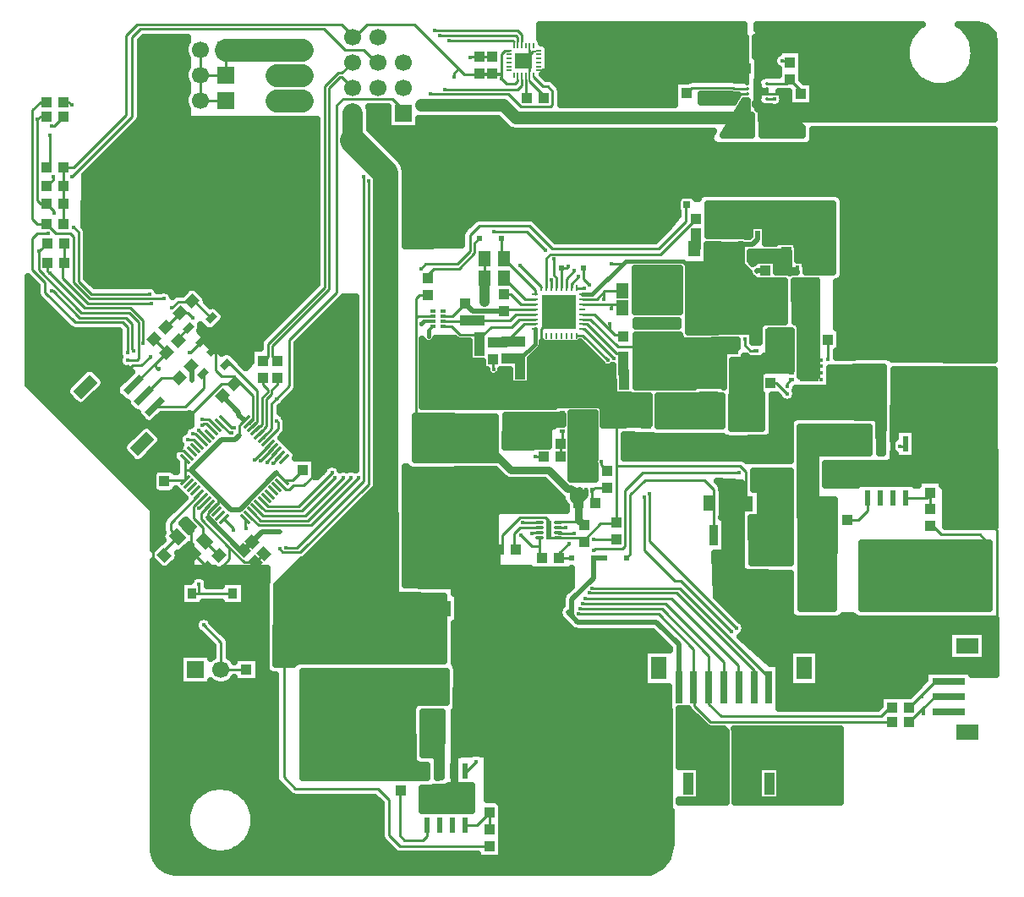
<source format=gtl>
G04 DipTrace 3.0.0.2*
G04 Top.gbr*
%MOIN*%
G04 #@! TF.FileFunction,Copper,L1,Top*
G04 #@! TF.Part,Single*
%AMOUTLINE0*
4,1,4,
-0.001392,-0.029231,
-0.029231,-0.001392,
0.001392,0.029231,
0.029231,0.001392,
-0.001392,-0.029231,
0*%
%AMOUTLINE3*
4,1,4,
-0.029231,0.001392,
-0.001392,0.029231,
0.029231,-0.001392,
0.001392,-0.029231,
-0.029231,0.001392,
0*%
%AMOUTLINE6*
4,1,4,
0.019685,-0.021654,
-0.019685,-0.021654,
-0.019685,0.021654,
0.019685,0.021654,
0.019685,-0.021654,
0*%
%AMOUTLINE9*
4,1,4,
0.029231,-0.001392,
0.001392,-0.029231,
-0.029231,0.001392,
-0.001392,0.029231,
0.029231,-0.001392,
0*%
%AMOUTLINE12*5,1,4,0,0,0.033407,-45.0*%
%AMOUTLINE15*
4,1,4,
-0.005568,-0.023663,
-0.023663,-0.005568,
0.005568,0.023663,
0.023663,0.005568,
-0.005568,-0.023663,
0*%
%AMOUTLINE18*
4,1,4,
-0.020879,-0.040366,
-0.040366,-0.020879,
0.020879,0.040366,
0.040366,0.020879,
-0.020879,-0.040366,
0*%
%AMOUTLINE21*
4,1,4,
-0.016812,-0.047218,
-0.047218,-0.016812,
0.016812,0.047218,
0.047218,0.016812,
-0.016812,-0.047218,
0*%
%AMOUTLINE24*
4,1,38,
0.0075,-0.0045,
0.008281,-0.004432,
0.009039,-0.004228,
0.009749,-0.003898,
0.010392,-0.003448,
0.010948,-0.002892,
0.011398,-0.002251,
0.011728,-0.001539,
0.011932,-0.000781,
0.012,0.0,
0.011932,0.000781,
0.011728,0.001539,
0.011398,0.002251,
0.010948,0.002892,
0.010392,0.003448,
0.009751,0.003898,
0.009039,0.004228,
0.008281,0.004432,
0.0075,0.0045,
-0.0075,0.0045,
-0.008281,0.004432,
-0.009039,0.004228,
-0.009749,0.003898,
-0.010392,0.003448,
-0.010948,0.002892,
-0.011398,0.002251,
-0.011728,0.001539,
-0.011932,0.000781,
-0.012,0.0,
-0.011932,-0.000781,
-0.011728,-0.001539,
-0.011398,-0.002249,
-0.010948,-0.002892,
-0.010392,-0.003448,
-0.009751,-0.003898,
-0.009039,-0.004228,
-0.008281,-0.004432,
-0.0075,-0.0045,
0.0075,-0.0045,
0*%
%AMOUTLINE25*
4,1,38,
-0.0045,-0.0075,
-0.004432,-0.008281,
-0.004228,-0.009039,
-0.003898,-0.009749,
-0.003448,-0.010392,
-0.002892,-0.010948,
-0.002249,-0.011398,
-0.001539,-0.011728,
-0.000781,-0.011932,
0.0,-0.012,
0.000781,-0.011932,
0.001539,-0.011728,
0.002251,-0.011398,
0.002892,-0.010948,
0.003448,-0.010392,
0.003898,-0.009749,
0.004228,-0.009039,
0.004432,-0.008281,
0.0045,-0.0075,
0.0045,0.0075,
0.004432,0.008281,
0.004228,0.009039,
0.003898,0.009749,
0.003448,0.010392,
0.002892,0.010948,
0.002251,0.011398,
0.001539,0.011728,
0.000781,0.011932,
0.0,0.012,
-0.000781,0.011932,
-0.001539,0.011728,
-0.002249,0.011398,
-0.002892,0.010948,
-0.003448,0.010392,
-0.003898,0.009751,
-0.004228,0.009039,
-0.004432,0.008281,
-0.0045,0.0075,
-0.0045,-0.0075,
0*%
%AMOUTLINE26*
4,1,4,
0.012528,0.020879,
0.020879,0.012528,
-0.012528,-0.020879,
-0.020879,-0.012528,
0.012528,0.020879,
0*%
%AMOUTLINE29*
4,1,4,
-0.020879,0.012528,
-0.012528,0.020879,
0.020879,-0.012528,
0.012528,-0.020879,
-0.020879,0.012528,
0*%
%AMOUTLINE32*
4,1,4,
0.00348,-0.035495,
-0.035495,0.00348,
-0.00348,0.035495,
0.035495,-0.00348,
0.00348,-0.035495,
0*%
G04 #@! TA.AperFunction,Conductor*
%ADD13C,0.01*%
%ADD14C,0.007*%
%ADD15C,0.007874*%
%ADD16C,0.02*%
%ADD17C,0.08*%
%ADD18C,0.1*%
%ADD19C,0.05*%
%ADD20C,0.09*%
G04 #@! TA.AperFunction,ViaPad*
%ADD21C,0.015*%
G04 #@! TA.AperFunction,Conductor*
%ADD22C,0.014*%
%ADD23C,0.03*%
%ADD24C,0.009*%
%ADD25C,0.04*%
%ADD26C,0.008*%
%ADD27C,0.03937*%
G04 #@! TA.AperFunction,CopperBalancing*
%ADD28C,0.025*%
%ADD29R,0.027559X0.086614*%
%ADD30R,0.043X0.090551*%
%ADD31R,0.027559X0.13*%
%ADD32R,0.059X0.090551*%
%ADD33R,0.03937X0.043307*%
%ADD34R,0.051181X0.059055*%
%ADD35R,0.070866X0.062992*%
%ADD36R,0.062992X0.070866*%
%ADD37R,0.043307X0.03937*%
%ADD39R,0.163386X0.064961*%
G04 #@! TA.AperFunction,ComponentPad*
%ADD40R,0.066929X0.066929*%
%ADD41C,0.066929*%
%ADD42R,0.070866X0.125984*%
%ADD45R,0.023622X0.023622*%
%ADD47R,0.082677X0.055118*%
%ADD49R,0.094488X0.129921*%
%ADD50R,0.0755X0.11*%
%ADD51R,0.094X0.094*%
%ADD53R,0.126X0.044*%
%ADD54R,0.276X0.157*%
%ADD55R,0.024803X0.018*%
%ADD56R,0.016142X0.018*%
%ADD57R,0.074803X0.0955*%
%ADD58R,0.018X0.024803*%
%ADD59R,0.018X0.016142*%
%ADD60R,0.0955X0.074803*%
%ADD62R,0.019685X0.033465*%
%ADD64R,0.062992X0.106299*%
%ADD65R,0.125984X0.070866*%
%ADD66R,0.0195X0.014*%
%ADD67R,0.035433X0.03937*%
%ADD68R,0.13X0.027559*%
%ADD69R,0.090551X0.059*%
%ADD70R,0.136X0.136*%
%ADD72R,0.037402X0.084646*%
%ADD73R,0.127953X0.084646*%
%ADD75O,0.033465X0.011811*%
%ADD76R,0.023622X0.074803*%
%ADD78R,0.023622X0.061024*%
%ADD79R,0.11811X0.098031*%
%ADD81R,0.098425X0.076772*%
%ADD83O,0.019685X0.011024*%
%ADD84R,0.035433X0.062992*%
%ADD86O,0.022X0.007874*%
%ADD87O,0.007874X0.022*%
%ADD88R,0.066929X0.06063*%
%ADD188OUTLINE0*%
%ADD191OUTLINE3*%
%ADD194OUTLINE6*%
%ADD197OUTLINE9*%
%ADD200OUTLINE12*%
%ADD203OUTLINE15*%
%ADD206OUTLINE18*%
%ADD209OUTLINE21*%
%ADD212OUTLINE24*%
%ADD213OUTLINE25*%
%ADD214OUTLINE26*%
%ADD217OUTLINE29*%
%ADD220OUTLINE32*%
%FSLAX26Y26*%
G04*
G70*
G90*
G75*
G01*
G04 Top*
%LPD*%
X2449575Y3607689D2*
D13*
D3*
D14*
D3*
D15*
X2469000D1*
X2303000Y3576154D2*
D13*
Y3593249D1*
Y3672154D1*
X2317276Y3686429D1*
X2331465D1*
X1716000Y3740154D2*
Y3733154D1*
X1772251Y3789404D1*
X1959750D1*
X2134235Y3614919D1*
X2155904Y3593249D1*
X2303000D1*
X2366898Y3588004D2*
D15*
Y3572004D1*
D13*
Y3566925D1*
X2355649Y3555676D1*
X2323478D1*
X2303000Y3576154D1*
X2578386Y1686154D2*
X2577780Y1685547D1*
X2529778D1*
X2216000Y3595654D2*
X2266000D1*
X2216000D2*
X2303000D1*
Y3593249D1*
X3273902Y3556101D2*
X3268054D1*
X3247251Y3576904D1*
X3160500D1*
X3153500Y3583904D1*
X3273902Y3556101D2*
Y3606503D1*
X3266000Y3614404D1*
X3441000Y3639404D2*
Y3645654D1*
X3409750D1*
X3259751D2*
Y3620654D1*
X3266000Y3614404D1*
X576680Y3001904D2*
Y3083154D1*
X576679D1*
Y3226903D1*
Y3151903D1*
Y3218831D1*
X584751Y3226903D1*
X615999D1*
X822250Y3433154D1*
Y3745654D1*
X866000Y3789404D1*
X1672250D1*
X1721500Y3740154D1*
X1716000D1*
X2529778Y1685547D2*
Y1703932D1*
X2569000Y1743154D1*
X2116000Y3583154D2*
Y3596684D1*
X2134235Y3614919D1*
X2469000Y3607689D2*
X3010215D1*
X3032536Y3585369D1*
X1291717Y2229365D2*
X1288421D1*
D16*
X1267452Y2250335D1*
X1083647Y2386706D2*
Y2437158D1*
X1079326Y2441479D1*
X1166441Y1881379D2*
D13*
X1144700Y1859638D1*
Y1845314D1*
D16*
X1274084Y1715929D1*
X1285726D1*
X1319711Y1749504D2*
X1319301D1*
X1285726Y1715929D1*
X1267452Y2250335D2*
Y2259210D1*
X1201709Y2324953D1*
X1444830Y1992735D2*
D13*
X1477847D1*
X1518278Y2033167D1*
X1055087Y2076252D2*
Y2032518D1*
Y1992735D1*
X978999D1*
D16*
X974062Y1987798D1*
X1166441Y1881379D2*
D13*
X1184697Y1899635D1*
Y1926957D1*
D16*
X1079135Y2032518D1*
D13*
X1055087D1*
X1291717Y2229365D2*
X1270000Y2207650D1*
Y2168403D1*
D16*
X1253500Y2151903D1*
X1198520D1*
X1079135Y2032518D1*
X2665000Y1686154D2*
X2710000D1*
X2711000Y1685154D1*
X2665000Y1686154D2*
Y1607154D1*
X2578500Y1520654D1*
Y1458154D1*
X2603500Y1433154D1*
X2914000D1*
X3002000Y1345154D1*
Y1177154D1*
X2578500Y1458154D2*
X2566000Y1470654D1*
X1428500Y1789404D2*
X1359612D1*
X1319711Y1749504D1*
X1444830Y1992735D2*
D13*
X1416456Y2021110D1*
D16*
X1272250Y1876904D1*
X1234750D1*
X1184697Y1926957D1*
X922250Y2689404D2*
D13*
X672250D1*
X572250Y2789404D1*
Y2847868D1*
X580714D1*
Y2924689D1*
X578500Y2926903D1*
X3993797Y1812562D2*
Y1812009D1*
X3998208Y1807599D1*
X4006293D1*
X4035138Y1778753D1*
X4189477D1*
X4217772Y1750458D1*
Y1715433D1*
X4200349Y1698011D1*
X4123769D1*
X4105722Y1716058D1*
X2255971Y550099D2*
X1902445D1*
X1860055Y592488D1*
Y731491D1*
X1816710Y774836D1*
X1490874D1*
X1444540Y821171D1*
Y1356259D1*
X1642309D1*
X1652391Y1346176D1*
X3348705Y3497046D2*
Y3495655D1*
X3378500D1*
X3278500Y3395655D2*
Y3414404D1*
X3266000Y3426904D1*
X1716000Y3440154D2*
D17*
Y3333152D1*
D18*
X1847250Y3201903D1*
Y1470654D1*
X1863609Y1487013D1*
X2021931D1*
X1984750Y3470654D2*
D19*
X2309750D1*
X2359750Y3420654D1*
X3266000D1*
Y3426904D1*
X1816000Y3201903D2*
D13*
Y3208154D1*
X1834750Y3226903D1*
X1866000D2*
X1834750D1*
X1847250Y3201903D1*
X1984750Y3451903D2*
Y3470654D1*
Y3489403D1*
X3229339Y935815D2*
X3289339D1*
X3345445Y1900466D2*
Y1801641D1*
X3319082Y1775277D1*
Y1694969D1*
X3344897Y1669154D1*
X1416000Y3490154D2*
D20*
X1516000D1*
X2016000Y2558154D2*
D21*
Y2581154D1*
D22*
X2033000Y2598154D1*
X1416000Y3590154D2*
D20*
X1516000D1*
X2033000Y2618154D2*
D22*
X1994750D1*
D21*
X1984750Y2608154D1*
X2527780Y1824773D2*
D13*
Y1827997D1*
X2614907D1*
X2628500Y1814404D1*
X980000Y2595155D2*
Y2596155D1*
X1035000Y2651155D1*
X1416000Y3690154D2*
D20*
X1516000D1*
X2636000Y1952154D2*
D16*
Y1932083D1*
X2606071Y1902154D1*
X2610000Y1952154D2*
D23*
Y1906083D1*
X2606071Y1902154D1*
X2585000Y1952154D2*
Y1923225D1*
X2606071Y1902154D1*
X1416000Y3690154D2*
D20*
X1216000D1*
D13*
Y3589154D1*
X1116000D1*
Y3690154D1*
Y3489154D2*
Y3589154D1*
X1216000Y3489154D2*
X1116000D1*
X2606071Y1902154D2*
D23*
Y1836833D1*
X2628500Y1814404D1*
X2585000Y1952154D2*
X2577347Y1959807D1*
X2564347D1*
X2491000Y2033154D1*
X2339603D1*
X2192582Y2180175D1*
X2119584D1*
X2013000Y2723225D2*
D13*
X1981071D1*
X1966000Y2708154D1*
Y2631524D1*
Y2233154D1*
X2033000Y2638154D2*
X1972630D1*
X1966000Y2631524D1*
X1035000Y2651155D2*
X1066750D1*
X1084751Y2633154D1*
X2460000Y2563154D2*
D24*
Y2580154D1*
D13*
Y2588154D1*
X2495500Y2623654D1*
X2520500Y2648654D1*
X2529000Y2657154D1*
X2443000Y2410154D2*
Y2494257D1*
X2460000Y2511257D1*
D24*
Y2563154D1*
X2237000Y2866154D2*
D13*
Y2790154D1*
X2527780Y1765718D2*
Y1764404D1*
X2611571D1*
X2628500Y1747475D1*
X2527780Y1765718D2*
X2492977D1*
X2490378Y1768316D1*
Y1795246D1*
X1120895Y2540260D2*
X1124894D1*
X1162105Y2503049D1*
X2215000Y2436225D2*
Y2417154D1*
X2277000Y2355154D1*
X2388000D1*
X2443000Y2410154D1*
X2848000Y2301154D2*
X2785071D1*
X2785000Y2301225D1*
X2872071Y2216154D2*
Y2277083D1*
X2848000Y2301154D1*
X2785000Y2301225D2*
X2551929D1*
X2478000Y2375154D1*
X2443000Y2410154D1*
X2491000Y2628154D2*
X2495500Y2623654D1*
X2481000Y2378154D2*
X2478000Y2375154D1*
X2237000Y2790154D2*
D25*
Y2737154D1*
Y2697154D1*
X2300000Y2349154D2*
X2388000Y2355154D1*
X2237000Y2736154D2*
Y2737154D1*
X2414142Y3706114D2*
D15*
Y3690114D1*
D13*
Y3670831D1*
X2402482Y3659171D1*
X2390370Y3647059D1*
X2449575Y3686429D2*
D15*
X2438276D1*
D26*
X2435000Y3683154D1*
X2426465D1*
D13*
X2390370Y3647059D1*
X2414142Y3588004D2*
D15*
Y3604004D1*
D13*
Y3623288D1*
X2403889Y3633541D1*
X2390370Y3647059D1*
X1016000Y3690154D2*
X916000D1*
Y3589154D1*
X1016000D1*
Y3489154D1*
X916000D1*
X2628500Y1747475D2*
Y1757018D1*
X2692230Y1820748D1*
X2751558D1*
X2756185Y1825375D1*
X2293381Y1720037D2*
X2306257D1*
Y1775662D1*
X2377176Y1846580D1*
X2476984D1*
X2490348Y1833217D1*
Y1795276D1*
X2490378Y1795246D1*
X1020599Y1649449D2*
X1029694D1*
X1086634Y1706389D1*
X1069931Y1812176D2*
X1078798D1*
Y1714225D1*
X1086634Y1706389D1*
X1152523Y1895299D2*
X1151311D1*
X1119659Y1863647D1*
Y1837351D1*
X1230719Y1726290D1*
Y1681761D1*
X1191389Y1642431D1*
X1146864D1*
X1142722Y1646572D1*
Y1650301D1*
X1086634Y1706389D1*
X3196114Y1900839D2*
X3270269D1*
X3270642Y1900466D1*
X3228530Y1775277D2*
Y1868423D1*
X3196114Y1900839D1*
X3228530Y1546931D2*
Y1775277D1*
X3416000Y1177154D2*
Y1359461D1*
X3228530Y1546931D1*
X3196114Y1900839D2*
X3266000D1*
Y2026903D1*
X3243946Y2048957D1*
X2756229D1*
Y2216154D1*
X2872071D1*
X2756185Y1825375D2*
Y2272410D1*
X2785000Y2301225D1*
X2108802Y844315D2*
Y763016D1*
X2083802Y738016D1*
X809147Y2410005D2*
X812343D1*
X847991Y2445654D1*
X883567D1*
X918065Y2480151D1*
X1072251Y2495654D2*
X1076289D1*
X1120895Y2540260D1*
X1162105Y2503049D2*
X1174495Y2490659D1*
Y2426618D1*
X1199467Y2401646D1*
X1248065D1*
X1265839Y2383872D1*
X1324334Y2325377D1*
Y2231558D1*
X1308222Y2215446D1*
X1305635D1*
X1082583Y1458904D2*
X1244000D1*
X1082583D2*
X1081832Y1458154D1*
X991000D1*
X950000D1*
X928811Y1479343D1*
Y1580900D1*
X952050D1*
X1020599Y1649449D1*
X1367037Y1702179D2*
X1366626D1*
X1333051Y1668604D1*
X1288406D1*
X1230719Y1726290D1*
X1249034Y2372278D2*
X1254246D1*
X1265839Y2383872D1*
X1069005Y2090171D2*
Y2091718D1*
X1051042Y2109681D1*
X1004210D1*
X975634Y2081105D1*
Y2056299D1*
X974062Y2054727D1*
X968184D1*
X928811Y2015354D1*
Y1580900D1*
X1430911Y1978816D2*
Y1978033D1*
X1454294Y1954650D1*
X1465819D1*
X1483107Y1971937D1*
X1523978D1*
X1585208Y2033167D1*
X2414142Y3588004D2*
D15*
Y3566261D1*
D24*
X2480714Y3499689D1*
X2470715D1*
X2216000Y3662583D2*
D13*
X2266000D1*
X2216000D2*
X2182929D1*
X2178500Y3658154D1*
X3348705Y3516731D2*
X3413672D1*
X3416000Y3514403D1*
X3348705Y3536416D2*
Y3516731D1*
Y3536416D2*
X3326292D1*
X3321146D1*
X3311303Y3526574D1*
X3348705Y3516731D2*
X3321146D1*
X3311303Y3526574D1*
X1244000Y1458904D2*
X1296500D1*
X1378500Y1376904D1*
Y1245654D1*
Y831654D1*
X1714500Y495654D1*
X2291000D1*
X2316000Y520654D1*
Y690475D1*
X2257320Y749155D1*
X2293381Y1720037D2*
Y1510432D1*
X2269962Y1487013D1*
X4105722Y1836137D2*
X4218017D1*
X4257000Y1797154D1*
Y1331154D1*
X4180000Y1254154D1*
X4069992D1*
X4064696Y1259450D1*
X1249034Y2372278D2*
X1198876D1*
X1084751Y2258154D1*
Y2220654D1*
X1009751Y2145654D1*
Y2115222D1*
X1004210Y2109681D1*
X3316000Y3533154D2*
X3326292Y3536416D1*
X1364179Y1245654D2*
X1378500D1*
X991000Y1458154D2*
D3*
X522250Y3351904D2*
Y3239403D1*
X509750Y3226903D1*
X528500Y2739403D2*
X534751D1*
X641000Y2633154D1*
X822250D1*
X847250Y2608154D1*
Y2508154D1*
X853500Y2501903D1*
X1122250Y2233154D2*
X1148734D1*
X1180361Y2201526D1*
X1816000Y3640154D2*
X1809000D1*
X1759750Y3689404D1*
X1684750D1*
X1603500Y3770654D1*
X878500D1*
X847250Y3739403D1*
Y3426902D1*
X609751Y3189403D1*
X534751D2*
Y3176904D1*
X509750Y3151903D1*
X1166441Y2187608D2*
Y2188962D1*
X1141000Y2214403D1*
X1128499D1*
X1122250Y2208154D1*
X828500Y2495654D2*
Y2595652D1*
X809750Y2614403D1*
X622251D1*
X503500Y2733154D1*
Y2770654D1*
X453500Y2820654D1*
Y2945655D1*
X472250Y2964404D1*
X516000D1*
X2452977Y1765718D2*
Y1731802D1*
Y1695420D1*
X2462849Y1685547D1*
X2452977Y1731802D2*
X2423603D1*
X2378500Y1776904D1*
X1240000Y2178154D2*
X1231572D1*
X1194281Y2215446D1*
X2452977Y1824773D2*
X2385225D1*
X1251000Y2198154D2*
X1239412D1*
X1208200Y2229365D1*
X2797614Y1685154D2*
X2795000D1*
X2811000Y1701154D1*
Y1934154D1*
X2869000Y1992154D1*
X3103000D1*
X3137979Y1957175D1*
Y1775277D1*
Y1884171D1*
X3121311Y1900839D1*
X2850000Y2560154D2*
Y2535154D1*
X2834000Y2519154D1*
X2762000D1*
X2654000Y2627154D1*
X2640000D1*
D24*
X2623000D1*
X2543000Y2209154D2*
D13*
X2512000D1*
X2468000Y2165154D1*
Y2137225D1*
X2468071Y2137154D1*
X2340057Y2180175D2*
X2423021D1*
X2431000Y2188154D1*
X2435000Y2687154D2*
D24*
X2418000D1*
D13*
X2378000D1*
X2338000Y2727154D1*
X2314000D1*
X2435000Y2667154D2*
D24*
X2418000D1*
D13*
X2320929D1*
X2314000Y2660225D1*
X2073000Y2638154D2*
X2109000D1*
X2160000Y2689154D1*
X2314000Y2660225D2*
D16*
X2188929D1*
X2160000Y2689154D1*
X2215000Y2622154D2*
D13*
X2336000D1*
X2361000Y2647154D1*
X2435000D1*
X2073000Y2618154D2*
X2155929D1*
X2160000Y2622225D1*
D25*
X2214929D1*
D13*
X2215000Y2622154D1*
Y2555225D2*
X2220071D1*
X2262000Y2597154D1*
X2343000D1*
X2373000Y2627154D1*
X2435000D1*
X2215000Y2503154D2*
D25*
Y2555225D1*
X2073000Y2598154D2*
D13*
X2107000D1*
X2138000Y2567154D1*
X2203071D1*
X2215000Y2555225D1*
X1110764Y1937058D2*
Y1934288D1*
X999125Y1822648D1*
Y1793899D1*
X1025390Y1767634D1*
X973273Y1696774D2*
Y1715517D1*
X1025390Y1767634D1*
X1197251Y1245654D2*
X1297250D1*
X1197251D2*
Y1351903D1*
X1128500Y1420654D1*
X1066000Y2151904D2*
X1090789D1*
X1110764Y2131929D1*
X1124684Y1923138D2*
X1123529D1*
X1088751Y1888360D1*
Y1843113D1*
X1127364Y1804500D1*
Y1754742D1*
X1131176Y1750929D1*
X1190047Y1693898D2*
X1188208D1*
X1131176Y1750929D1*
X1333475Y2187608D2*
X1351774Y2205906D1*
X1354381D1*
X1361089Y2212612D1*
Y2319467D1*
X1381550Y2339929D1*
X1381794Y2349530D1*
X1362177Y2370168D1*
X1362853Y2396812D1*
X1347394Y2173688D2*
X1365694Y2191987D1*
Y2194592D1*
X1377089Y2205984D1*
Y2312840D1*
X1397382Y2333134D1*
X1397789Y2349125D1*
X1418425Y2368742D1*
X1419101Y2395386D1*
X2623000Y2608154D2*
D24*
X2641000D1*
D13*
X2757000Y2492154D1*
X2770000D1*
X2783000Y2479154D1*
D25*
Y2425225D1*
X2783071Y2425154D1*
X2785000Y2368154D2*
Y2423225D1*
D13*
X2783071Y2425154D1*
X3524225Y1590406D2*
Y1760553D1*
X3599201Y1835529D1*
X3896032Y1921882D2*
X3980482D1*
X3993582Y1934982D1*
Y1943755D1*
Y1879706D1*
X3993797Y1879491D1*
X2322000Y2471225D2*
D25*
X2377000Y2471154D1*
X2376071Y2410154D2*
Y2470225D1*
D13*
X2377000Y2471154D1*
X2435000Y2588154D2*
D21*
Y2529154D1*
X2377000Y2471154D1*
X2269000Y2537083D2*
D25*
X2320929D1*
D13*
X2322000Y2538154D1*
X2377000Y2538083D2*
D25*
X2322071D1*
X2435000Y2608154D2*
D24*
X2418000D1*
D13*
X2392000D1*
X2322000Y2538154D1*
X1029000Y2542155D2*
Y2554152D1*
X1068000Y2593152D1*
X1082326Y2698480D2*
X1090731D1*
X1158477Y2630735D1*
X3034410Y3078154D2*
X3031000Y3074744D1*
Y3013154D1*
X2923000Y2905154D1*
X2502000D1*
X2411500Y2995654D1*
X2216000D1*
X2178500Y2958154D1*
Y2895654D1*
X2128500Y2845654D1*
X2003500D1*
X1984750Y2826903D1*
X1003500Y2670654D2*
X1028500Y2695654D1*
X1082500D1*
X1079673Y2698480D1*
X1082326D1*
X2578000Y2751154D2*
D24*
Y2766154D1*
D13*
X2607000Y2795154D1*
X3389713Y2490554D2*
Y2468507D1*
X3363660Y2442454D1*
X2559000Y2751154D2*
D24*
Y2768154D1*
D13*
Y2786154D1*
X2591000Y2818154D1*
X3430982Y2362982D2*
Y2375891D1*
X3445574Y2390483D1*
X3306263Y2503017D2*
X3284137D1*
X3263000Y2524154D1*
Y2549154D1*
X2629000Y2749154D2*
X2600000D1*
D24*
X2598000Y2751154D1*
X3482929Y3514403D2*
D13*
Y3530546D1*
X3441000Y3572475D1*
X3348705Y3556101D2*
X3424626D1*
X3441000Y3572475D1*
X3068000Y2964154D2*
D27*
Y2924469D1*
D25*
Y2909154D1*
X3063000Y2904154D1*
X2623000Y2706154D2*
D13*
X2678000D1*
X2711000Y2739154D1*
X2778197D1*
X2779197Y2740154D1*
X2625614Y2829154D2*
Y2786539D1*
X2649000Y2763154D1*
X2706000Y2706154D2*
Y2739154D1*
X2711000D1*
X2539000Y2751154D2*
D24*
Y2768154D1*
D13*
Y2829154D1*
X2558000D1*
X2566000Y2837154D1*
X3428681Y2333858D2*
X3387015Y2375525D1*
X3363660D1*
X2398394Y3588004D2*
D15*
Y3572004D1*
D13*
Y3505081D1*
X2403786Y3499689D1*
X2480000Y2751154D2*
D24*
Y2768154D1*
D13*
Y2868154D1*
X2495000Y2883154D1*
X2930000D1*
X3068000Y3021154D1*
X2623000Y2647154D2*
D24*
X2640000D1*
D13*
X2668000D1*
X2731000Y2584154D1*
X2751000Y2564154D1*
X2779071D1*
X2783071Y2560154D1*
X2981000Y2288681D2*
Y2324404D1*
X3091000Y2214404D1*
X2731000Y2610154D2*
Y2584154D1*
X3273902Y3516731D2*
X3168327D1*
X3153500Y3501904D1*
X3273902Y3536416D2*
X3218987D1*
X3216000Y3539403D1*
X3053499D1*
X3032536Y3518440D1*
X2519000Y2751154D2*
Y2790154D1*
X2508000Y2801154D1*
Y2864154D1*
X3309000Y2816154D2*
D16*
Y2819222D1*
X3342965D1*
X2435000Y2706154D2*
D24*
X2418000D1*
D13*
X2395803D1*
X2311803Y2790154D1*
X2435000Y2726154D2*
D24*
Y2735654D1*
D13*
Y2742957D1*
X2311803Y2866154D1*
X2302000Y2947154D2*
Y2875957D1*
X2311803Y2866154D1*
X2013000Y2790154D2*
Y2803154D1*
X2037000Y2827154D1*
X2135000D1*
X2196000Y2888154D1*
Y2927768D1*
X2215386Y2947154D1*
X2499000Y2751154D2*
D24*
Y2768154D1*
D13*
Y2780665D1*
X2435814Y2084517D2*
X2467708D1*
X2468071Y2084154D1*
X2543000Y2184154D2*
Y2145154D1*
X2535000Y2137154D1*
Y2084154D2*
Y2137154D1*
X2623000Y2687154D2*
D24*
X2640000D1*
D13*
X2735000D1*
X2764000D1*
X2779000Y2672154D1*
X3589425Y2546929D2*
Y2468083D1*
X2735000Y2670154D2*
Y2687154D1*
X2661000Y1952154D2*
Y1914154D1*
X2673000Y1902154D1*
X2717826Y1962349D2*
X2671196D1*
X2661000Y1952154D1*
X2460000Y2751154D2*
D24*
Y2756154D1*
D13*
X2375946Y2840207D1*
X2697250Y2064404D2*
Y2051904D1*
X2716000Y2033154D1*
X2721701D1*
X2717826Y2029278D1*
X2527780Y1785403D2*
Y1783154D1*
X2591000D1*
X2666000Y1758446D2*
X2756185D1*
X2008802Y631717D2*
Y588177D1*
X1994226Y573601D1*
X1920852D1*
X1903188Y591265D1*
Y768273D1*
X1905331Y770416D1*
X2158802Y631717D2*
X2206811D1*
X2257320Y682226D1*
X2255971Y617028D2*
Y680877D1*
X2257320Y682226D1*
X3746032Y1921882D2*
Y1871286D1*
X3710400Y1835655D1*
X3666256D1*
X3666130Y1835529D1*
X2452977Y1805088D2*
X2375435D1*
X2352743Y1782396D1*
Y1727604D1*
X2360310Y1720037D1*
X1138603Y1909219D2*
X1137066D1*
X1109751Y1881904D1*
Y1583154D2*
Y1544904D1*
X1082583D1*
X1244000D1*
X1389152Y2131929D2*
Y2133306D1*
X1329000Y2073154D1*
X2623000Y1506154D2*
X2948000D1*
X3178000Y1276154D1*
Y1178154D1*
X3179000Y1177154D1*
X1403072Y2118011D2*
X1401857D1*
X1353000Y2069154D1*
X2634000Y1527154D2*
X2972000D1*
X3237000Y1262154D1*
Y1179154D1*
X3239000Y1177154D1*
X3298000D2*
Y1243154D1*
X2993000Y1548154D1*
X2648000D1*
X1378000Y2063154D2*
Y2065100D1*
X1416991Y2104091D1*
X1430911Y2090171D2*
Y2089064D1*
X1402000Y2060154D1*
X2660000Y1567154D2*
X3007000D1*
X3354000Y1220154D1*
Y1180154D1*
X3357000Y1177154D1*
X3313000Y2960154D2*
D16*
Y2942154D1*
X3293000Y2922154D1*
X3231000D1*
X3204000Y2895154D1*
X3082000Y2776154D2*
D21*
Y2793154D1*
X3019000Y2856154D1*
X2792023D1*
X2782023Y2846154D1*
X2661023Y2725154D1*
X2624000D1*
X2623000Y2726154D1*
X3169339Y935815D2*
D13*
X3109339D1*
X2269000Y2470154D2*
Y2432154D1*
X2272000Y2429154D1*
Y2973154D2*
X2402000D1*
X2477000Y2898154D1*
X2736000Y2846154D2*
X2782023D1*
X2452977Y1785403D2*
X2424500D1*
X2422251Y1783154D1*
X2666002Y1714404D2*
X2672251Y1720654D1*
X2778500D1*
X2791000Y1733154D1*
Y1951903D1*
X2859751Y2020654D1*
X3241000D1*
X3872251Y2126903D2*
X3888454D1*
X3896032Y2134480D1*
X2158802Y844315D2*
X2164662D1*
X2203500Y883154D1*
X1291717Y1839622D2*
Y1807436D1*
X1297250Y1801903D1*
X1453500Y1726904D2*
X1497251D1*
X1759750Y1989403D1*
Y3189403D1*
X3120000Y1177154D2*
Y1300154D1*
X2935000Y1485154D1*
X2613000D1*
X1108000Y2189154D2*
X1109218D1*
X1138603Y2159768D1*
X3843071Y1096154D2*
Y1105225D1*
X3800000Y1062154D1*
X3168000D1*
X3120000Y1110154D1*
Y1177154D1*
X828500Y2464403D2*
X865999D1*
X872250Y2470654D1*
Y2614404D1*
X834750Y2651904D1*
X647250D1*
X478500Y2820654D1*
Y2893832D1*
X483454Y2898786D1*
X511571Y2926903D1*
X483454Y2898786D2*
Y2900608D1*
X478500Y2895654D1*
X528500Y3389404D2*
X539181D1*
X576680Y3426903D1*
X509751D2*
X484748D1*
X472250Y3414404D1*
Y3095655D1*
X484751Y3083154D1*
X509750D1*
X1375232Y2145849D2*
Y2148635D1*
X1422251Y2195654D1*
Y2220654D1*
X1416000Y2226904D1*
X916002Y2726903D2*
X684751D1*
X634750Y2776904D1*
Y2970655D1*
X616000Y2989404D1*
X541000Y3045654D2*
Y3051903D1*
X509750Y3083154D1*
X3061000Y1177154D2*
Y1230154D1*
Y1177154D2*
Y1326154D1*
X2923000Y1464154D1*
X2606000D1*
X1085000Y2175154D2*
X1095378D1*
X1124684Y2145849D1*
X3844000Y1038154D2*
X3126000D1*
X3062000Y1102154D1*
Y1176154D1*
X3061000Y1177154D1*
X513785Y2847868D2*
Y2816618D1*
X522250Y2808154D1*
X659750Y2670654D1*
X841000D1*
X891000Y2620654D1*
Y2533154D1*
X576679Y3483154D2*
X597251D1*
X609751Y3470654D1*
X1916000Y3440154D2*
Y3451904D1*
X1872251Y3495654D1*
X1678500D1*
X1653500Y3470654D1*
Y2733154D1*
X1466000Y2545654D1*
Y2364404D1*
X1414718Y2313122D1*
X1397250Y2295654D1*
Y2195705D1*
X1361314Y2159768D1*
X972250Y2708154D2*
X678500D1*
X616000Y2770654D1*
Y2951904D1*
X603500Y2964404D1*
X547251D1*
X509751Y3001904D1*
X472250D1*
X453500Y3020654D1*
Y3451903D1*
X484751Y3483154D1*
X509750D1*
X4064696Y1199450D2*
X4013298D1*
X3959751Y1145903D1*
X3910000Y1096154D1*
X3959751Y1145903D2*
Y1139404D1*
X3228500Y1408154D2*
X2884750Y1751904D1*
Y1939404D1*
X2747250Y2470654D2*
X2629750Y2588154D1*
D24*
X2623000D1*
X4064696Y1139450D2*
D13*
X4011365D1*
X3966000Y1094085D1*
X3910929Y1038154D1*
X2598000Y2563154D2*
D24*
X2607500D1*
D13*
X2623500D1*
X2722251Y2464403D1*
X2866000Y1926904D2*
Y1714403D1*
X2984750Y1595654D1*
X3009750D1*
X3209750Y1395654D1*
X3966000Y1070654D2*
Y1094085D1*
X2366898Y3706114D2*
D15*
Y3722114D1*
D24*
Y3738505D1*
X2359750Y3745654D1*
D13*
X2059750D1*
X1709750Y2001904D2*
X1541000Y1833154D1*
X1353862D1*
X1319555Y1867461D1*
X2382646Y3706114D2*
D15*
Y3722114D1*
D13*
Y3747757D1*
X2366000Y3764403D1*
X2041000D1*
X1740999Y2001904D2*
X1553500Y1814404D1*
X1344773D1*
X1305635Y1853541D1*
X2429890Y3588004D2*
D15*
Y3581764D1*
D13*
X2466000Y3545654D1*
X2484750D1*
X2503500Y3526903D1*
Y3470652D1*
X2497251Y3464403D1*
X2378500D1*
X2328500Y3514403D1*
X2022250D1*
X1634751Y2020654D2*
X1503500Y1889403D1*
X1381129D1*
X1361314Y1909219D1*
X2382646Y3588004D2*
D15*
Y3572004D1*
D24*
Y3549798D1*
X2366002Y3533154D1*
D13*
X2078500D1*
X1678500Y2001904D2*
X1528500Y1851904D1*
X1362950D1*
X1333475Y1881379D1*
X2351150Y3706114D2*
D15*
Y3723004D1*
D13*
X2347250Y3726904D1*
X2097250D1*
X1647251Y2001904D2*
X1516000Y1870654D1*
X1372040D1*
X1347394Y1895299D1*
X851574Y2367579D2*
X854424D1*
X942484Y2455639D1*
X981675Y2494830D1*
Y2498830D1*
X932675Y2547830D1*
X2527780Y1805088D2*
X2555935D1*
X953500Y2433154D2*
X950376Y2430029D1*
X941000Y2439404D1*
Y2451903D1*
X944736Y2455639D1*
X942484D1*
X1319555Y2201526D2*
X1340578Y2222549D1*
Y2345202D1*
X1235624Y2450156D1*
X1215000D1*
X936425Y2282727D2*
X1056574D1*
X1129000Y2355154D1*
Y2412574D1*
X1124524D1*
X1032000Y2394154D2*
X963000D1*
X893999Y2325154D1*
X1778500Y3170654D2*
Y1976903D1*
X1509751Y1708154D1*
X1441000D1*
X1428500Y1720654D1*
X1247250Y1795654D2*
Y1800572D1*
X1208200Y1839622D1*
X1419101Y2462368D2*
X1414970Y2462473D1*
X1399379Y2478820D1*
X1399708Y2491516D1*
Y2523113D1*
X1622250Y2745654D1*
Y3539889D1*
X1664513Y3582154D1*
X1674000D1*
X1716000Y3540154D1*
X1362853Y2463794D2*
X1366984Y2463689D1*
X1383385Y2479226D1*
X1383708Y2491718D1*
Y2529740D1*
X1606250Y2752281D1*
Y3546516D1*
X1657886Y3598154D1*
X1674000D1*
X1716000Y3640154D1*
D21*
X2469000Y3607689D3*
X2303000Y3576154D3*
D3*
X3409750Y3645654D3*
X3259751D3*
X2569000Y1743154D3*
X2116000Y3583154D3*
X1267452Y2250335D3*
X1083647Y2386706D3*
X2566000Y1470654D3*
X1428500Y1789404D3*
X922250Y2689404D3*
X3378500Y3495655D3*
X3278500Y3395655D3*
X1984750Y3470654D3*
X1847250Y3201903D3*
X1984750Y3470654D3*
D3*
X3344897Y1669154D3*
X2016000Y2558154D3*
X1984750Y2608154D3*
X1084751Y2633154D3*
X2237000Y2697154D3*
X2300000Y2349154D3*
X2237000Y2697154D3*
X918065Y2480151D3*
X1072251Y2495654D3*
X2178500Y3658154D3*
X522250Y3351904D3*
X528500Y2739403D3*
X853500Y2501903D3*
X1122250Y2233154D3*
X609751Y3189403D3*
X534751D3*
X1122250Y2208154D3*
X828500Y2495654D3*
X516000Y2964404D3*
X2378500Y1776904D3*
X1240000Y2178154D3*
X2385225Y1824773D3*
X1251000Y2198154D3*
X1128500Y1420654D3*
X1066000Y2151904D3*
X1984750Y2826903D3*
X1003500Y2670654D3*
X2607000Y2795154D3*
X3389713Y2490554D3*
X2591000Y2818154D3*
X3430982Y2362982D3*
X3263000Y2549154D3*
X2629000Y2749154D3*
X2649000Y2763154D3*
X2706000Y2706154D3*
X2566000Y2837154D3*
X3428681Y2333858D3*
X3091000Y2214404D3*
X2731000Y2610154D3*
X2508000Y2864154D3*
X3309000Y2816154D3*
X2499000Y2780665D3*
X2435814Y2084517D3*
X3589425Y2468083D3*
X2735000Y2670154D3*
X2375946Y2840207D3*
X2697250Y2064404D3*
X2591000Y1783154D3*
X2666000Y1758446D3*
X1109751Y1881904D3*
Y1583154D3*
X1329000Y2073154D3*
X2623000Y1506154D3*
X1353000Y2069154D3*
X2634000Y1527154D3*
X2648000Y1548154D3*
X1378000Y2063154D3*
X1402000Y2060154D3*
X2660000Y1567154D3*
X2272000Y2429154D3*
Y2973154D3*
X2477000Y2898154D3*
X2736000Y2846154D3*
X2422251Y1783154D3*
X2666002Y1714404D3*
X3241000Y2020654D3*
X3872251Y2126903D3*
X2203500Y883154D3*
X1297250Y1801903D3*
X1453500Y1726904D3*
X1759750Y3189403D3*
X2613000Y1485154D3*
X1108000Y2189154D3*
X828500Y2464403D3*
X478500Y2895654D3*
X528500Y3389404D3*
X472250Y3414404D3*
X1416000Y2226904D3*
X916002Y2726903D3*
X616000Y2989404D3*
X541000Y3045654D3*
X2606000Y1464154D3*
X1085000Y2175154D3*
X891000Y2533154D3*
X609751Y3470654D3*
X522250Y2808154D3*
X972250Y2708154D3*
X1414718Y2313122D3*
X3959751Y1139404D3*
X3228500Y1408154D3*
X2884750Y1939404D3*
X2747250Y2470654D3*
X2722251Y2464403D3*
X2866000Y1926904D3*
X3209750Y1395654D3*
X3966000Y1070654D3*
X2059750Y3745654D3*
X1709750Y2001904D3*
X2041000Y3764403D3*
X1740999Y2001904D3*
X2022250Y3514403D3*
X1634751Y2020654D3*
X2078500Y3533154D3*
X1678500Y2001904D3*
X2097250Y3726904D3*
X1647251Y2001904D3*
X2555935Y1805088D3*
X953500Y2433154D3*
X1778500Y3170654D3*
X1428500Y1720654D3*
X1247250Y1795654D3*
X3441000Y3358154D3*
Y3408154D3*
X3391000D3*
Y3358154D3*
X2431000Y2248154D3*
X2461000D3*
Y2218154D3*
X2431000D3*
Y2188154D3*
X2461000D3*
X2491000Y2248154D3*
Y2218154D3*
X2941000Y2448154D3*
X2981000D3*
X3021000D3*
Y2408154D3*
Y2368154D3*
X2981000Y2408154D3*
X2941000D3*
Y2368154D3*
X2981000D3*
X2481000Y2708154D3*
X2521000D3*
X2501000Y2668154D3*
X2541000D3*
X2561000Y2708154D3*
X2581000Y2668154D3*
X2491000Y2688154D3*
X2531000D3*
X2481000Y2648154D3*
X2491000Y2628154D3*
X2571000Y2688154D3*
X2501000Y2608154D3*
X2521000Y2648154D3*
X2531000Y2628154D3*
X2541000Y2608154D3*
X2561000Y2648154D3*
X2571000Y2628154D3*
X2581000Y2608154D3*
X2571000Y2408154D3*
X2481000D3*
X2511000D3*
X2541000D3*
X2481000Y2378154D3*
X2511000D3*
X2481000Y2348154D3*
X2451000Y2378154D3*
Y2348154D3*
X2541000Y2378154D3*
X2237000Y2736154D3*
X2278000Y2371154D3*
X2257000Y2392154D3*
X3191000Y3058154D3*
Y3038154D3*
Y3018154D3*
Y2998154D3*
X3211000Y3058154D3*
Y3038154D3*
Y3018154D3*
Y2998154D3*
X3231000Y3058154D3*
Y3038154D3*
Y3018154D3*
Y2998154D3*
X3251000Y3058154D3*
Y3038154D3*
Y3018154D3*
Y2998154D3*
X3101000Y868154D3*
X3131000D3*
X3161000D3*
X3191000D3*
Y848154D3*
X3161000D3*
X3131000D3*
X3101000D3*
Y828154D3*
X3131000D3*
X3161000D3*
X3191000D3*
Y808154D3*
X3161000D3*
X3131000D3*
X3101000D3*
X3461000Y908154D3*
X3491000D3*
X3521000D3*
X3551000D3*
X3581000D3*
X3551000Y878154D3*
X3581000D3*
X3521000D3*
X3491000D3*
X3461000D3*
Y848154D3*
X3491000D3*
X3521000D3*
X3551000D3*
X3581000D3*
Y818154D3*
X3551000D3*
X3521000D3*
X3491000D3*
X3461000D3*
X2841000Y2818154D3*
X2871000D3*
X2901000D3*
X2931000D3*
X2841000Y2798154D3*
X2871000D3*
X2901000D3*
X2931000D3*
Y2778154D3*
X2901000D3*
X2871000D3*
X2841000D3*
X3141000Y2758154D3*
Y2728154D3*
Y2698154D3*
X3171000D3*
Y2728154D3*
Y2758154D3*
X3201000D3*
Y2728154D3*
Y2698154D3*
X3231000D3*
Y2728154D3*
Y2758154D3*
X2378500Y3658154D3*
X2403500D3*
Y3633154D3*
X2378500D3*
X2911000Y2158154D3*
X2951000D3*
X2991000D3*
X3031000D3*
Y2118154D3*
X2991000D3*
X2951000D3*
X2911000D3*
X2871000Y2158154D3*
Y2118154D3*
X2831000Y2158154D3*
Y2118154D3*
X2791000D3*
Y2158154D3*
X1991000Y1058154D3*
X2041000D3*
Y1008154D3*
X1991000D3*
Y1033154D3*
X2041000D3*
X2016000D3*
Y1058154D3*
Y1008154D3*
X1991000Y1083154D3*
X2016000D3*
X2041000D3*
X2066000D3*
Y1058154D3*
Y1033154D3*
Y1008154D3*
X1966000Y2233154D3*
X2016000D3*
Y2183154D3*
X1966000D3*
Y2133154D3*
X2016000D3*
Y2158154D3*
X1966000D3*
Y2208154D3*
X2016000D3*
X1991000Y2233154D3*
Y2208154D3*
Y2183154D3*
Y2158154D3*
Y2133154D3*
X1984750Y3451903D3*
Y3489403D3*
X1816000Y3201903D3*
X1834750Y3226903D3*
X1866000D3*
X4091000Y2758154D3*
X4141000D3*
X4191000D3*
X4241000D3*
Y2708154D3*
X4191000D3*
X4141000D3*
X4091000D3*
Y2658154D3*
X4141000D3*
X4191000D3*
X4241000D3*
X4091000Y2608154D3*
X4141000D3*
X4191000D3*
X4241000D3*
X4191000Y1508154D3*
Y1608154D3*
Y1558154D3*
X4141000Y1608154D3*
Y1558154D3*
Y1508154D3*
X4091000D3*
Y1558154D3*
Y1608154D3*
X3341000Y3708154D3*
X3316000D3*
X3366000D3*
Y3683154D3*
X3341000D3*
X3316000D3*
X3303500Y3545654D3*
X3316000Y3533154D3*
X3303500Y3520654D3*
X3316000Y3508154D3*
X1541000Y2258154D3*
X1591000D3*
X1641000D3*
X1691000D3*
X1541000Y2208154D3*
X1591000D3*
X1641000D3*
X1691000D3*
X1591000Y2158154D3*
X1641000D3*
X1691000D3*
X1591000Y2308154D3*
X1641000D3*
X1691000D3*
X1541000D3*
X1941000Y2008154D3*
X1991000D3*
X891000Y3258154D3*
X991000D3*
X1091000D3*
X891000Y3158154D3*
X991000D3*
X1091000D3*
Y3058154D3*
X991000D3*
X891000D3*
Y2958154D3*
X991000D3*
X1091000D3*
X891000Y2858154D3*
X991000D3*
X1091000D3*
X991000Y2758154D3*
X1091000D3*
X891000D3*
X1191000Y3058154D3*
Y2958154D3*
Y2858154D3*
Y2758154D3*
Y2658154D3*
X1291000D3*
Y2758154D3*
Y2858154D3*
Y2958154D3*
X1391000Y2858154D3*
Y2758154D3*
Y2658154D3*
X1291000Y2558154D3*
X1591000Y2458154D3*
X1691000D3*
Y2358154D3*
X1591000D3*
Y2558154D3*
X491000D3*
Y2658154D3*
Y2458154D3*
X591000D3*
X691000D3*
X491000Y2358154D3*
X591000D3*
Y2258154D3*
X691000D3*
Y2158154D3*
X791000D3*
Y2258154D3*
Y2058154D3*
X891000D3*
X991000Y1858154D3*
Y1558154D3*
Y1358154D3*
Y1458154D3*
Y1258154D3*
Y1158154D3*
Y1058154D3*
Y958154D3*
Y858154D3*
Y758154D3*
Y658154D3*
Y558154D3*
X1091000Y458154D3*
X1191000D3*
X1491000D3*
X1291000D3*
X1391000D3*
Y558154D3*
Y658154D3*
Y758154D3*
X1291000Y858154D3*
X1191000D3*
X1091000D3*
Y958154D3*
X1191000D3*
X1091000Y1058154D3*
X1191000D3*
X1291000D3*
Y958154D3*
X1391000D3*
Y1058154D3*
X1291000Y1158154D3*
X1391000D3*
X1491000Y658154D3*
Y558154D3*
X1591000Y458154D3*
Y558154D3*
Y658154D3*
X1691000D3*
Y558154D3*
Y458154D3*
X1791000D3*
Y558154D3*
Y658154D3*
X1891000Y458154D3*
X2091000D3*
X2191000D3*
X1991000D3*
X2291000D3*
X2491000D3*
X2391000D3*
Y558154D3*
Y658154D3*
X2491000Y558154D3*
Y658154D3*
Y758154D3*
Y858154D3*
X2591000D3*
X2391000Y758154D3*
Y858154D3*
X2291000Y758154D3*
Y858154D3*
X2591000Y758154D3*
Y658154D3*
Y558154D3*
Y458154D3*
X2691000D3*
Y558154D3*
Y658154D3*
Y758154D3*
Y858154D3*
X2791000D3*
Y758154D3*
Y658154D3*
Y558154D3*
Y458154D3*
X2491000Y1158154D3*
Y1258154D3*
Y1358154D3*
Y1458154D3*
X2591000Y1358154D3*
Y1258154D3*
Y1158154D3*
X3491000Y3658154D3*
X3591000D3*
X3691000D3*
X3591000Y3758154D3*
X3491000D3*
X3691000D3*
X3791000D3*
X3891000D3*
X3791000Y3658154D3*
X3891000D3*
Y3558154D3*
X3791000D3*
X3691000D3*
X3591000D3*
Y3458154D3*
X3691000D3*
X3791000D3*
X3891000D3*
X3991000D3*
X4091000D3*
X4191000D3*
Y3558154D3*
X4091000D3*
X4191000Y3658154D3*
Y3758154D3*
X1291000Y1358154D3*
X3115999Y2896785D2*
D28*
X3246009D1*
X3115999Y2871916D2*
X3246009D1*
X3115999Y2847047D2*
X3246009D1*
X3042000Y2822179D2*
X3268128D1*
X3042000Y2797310D2*
X3282923D1*
X3042000Y2772441D2*
X3417005D1*
X3042000Y2747572D2*
X3417005D1*
X3042000Y2722704D2*
X3417005D1*
X3042000Y2697835D2*
X3417005D1*
X3042000Y2672966D2*
X3417005D1*
X3042000Y2648097D2*
X3417005D1*
X3042000Y2623228D2*
X3417005D1*
X3042000Y2598360D2*
X3318177D1*
X3293587Y2573491D2*
X3318177D1*
X3295247Y2548622D2*
X3318177D1*
X3320662Y2534639D2*
Y2608967D1*
X3327937D1*
X3330162Y2611992D1*
X3333326Y2614291D1*
X3337045Y2615500D1*
X3351500Y2615654D1*
X3419500D1*
Y2778654D1*
X3316045Y2778807D1*
X3313923Y2779337D1*
X3301112Y2779336D1*
Y2787003D1*
X3295562Y2789108D1*
X3290381Y2792377D1*
X3285966Y2796623D1*
X3282498Y2801673D1*
X3280121Y2807319D1*
X3278914Y2813639D1*
X3250763Y2842982D1*
X3249047Y2846496D1*
X3248513Y2850564D1*
X3248500Y2921654D1*
X3243861D1*
X3243886Y2920228D1*
X3164116D1*
Y2921644D1*
X3113500Y2921654D1*
X3113347Y2851198D1*
X3112138Y2847479D1*
X3109839Y2844315D1*
X3106675Y2842016D1*
X3102956Y2840807D1*
X3088500Y2840654D1*
X3039500D1*
Y2575858D1*
X3280760Y2579529D1*
X3284498Y2578379D1*
X3287697Y2576131D1*
X3290046Y2573004D1*
X3291314Y2569305D1*
X3293697Y2534612D1*
X3320624Y2534654D1*
X3361706Y2557785D2*
X3442986D1*
X3361706Y2532916D2*
X3442986D1*
X3357898Y2508047D2*
X3442986D1*
X3341345Y2483179D2*
X3442986D1*
X3214782Y2458310D2*
X3442986D1*
X3214587Y2433441D2*
X3442986D1*
X3214441Y2408572D2*
X3321257D1*
X3214294Y2383704D2*
X3321257D1*
X3214099Y2358835D2*
X3321257D1*
X3213953Y2333966D2*
X3321257D1*
X3213806Y2309097D2*
X3327995D1*
X3213659Y2284228D2*
X3327995D1*
X3213463Y2259360D2*
X3327995D1*
X3213318Y2234491D2*
X3327995D1*
X3213171Y2209622D2*
X3327995D1*
X3330547Y2333672D2*
X3323776D1*
Y2417378D1*
X3330953D1*
X3332343Y2420685D1*
X3334882Y2423659D1*
X3338217Y2425702D1*
X3342020Y2426616D1*
X3445500Y2426654D1*
Y2582654D1*
X3359221D1*
X3358952Y2518994D1*
X3357663Y2514424D1*
X3355958Y2511202D1*
X3355383Y2507785D1*
X3355184Y2493358D1*
X3353723Y2489730D1*
X3351214Y2486731D1*
X3347900Y2484654D1*
X3344107Y2483702D1*
X3338849Y2483654D1*
X3338864Y2473818D1*
X3273662D1*
Y2480116D1*
X3269324Y2482630D1*
X3268000Y2483654D1*
X3258673D1*
X3258633Y2466458D1*
X3212295D1*
X3210580Y2195738D1*
X3330500Y2196654D1*
Y2333714D1*
X2835171Y2546785D2*
X3012690D1*
X2835269Y2521916D2*
X3230415D1*
X2835366Y2497047D2*
X3177339D1*
X2835463Y2472179D2*
X3177143D1*
X2835562Y2447310D2*
X3176998D1*
X2835659Y2422441D2*
X3176851D1*
X2835806Y2397572D2*
X3176705D1*
X2835903Y2372704D2*
X3176509D1*
X3075049Y2364353D2*
X3178449D1*
Y2359617D1*
X3179079Y2383278D1*
X3180070Y2499441D1*
X3181387Y2504003D1*
X3183734Y2508131D1*
X3186979Y2511597D1*
X3190945Y2514210D1*
X3195410Y2515826D1*
X3200000Y2516353D1*
X3232960D1*
X3232660Y2546189D1*
X3025735Y2542994D1*
X3021063Y2543845D1*
X3016721Y2545765D1*
X3012945Y2548646D1*
X3009946Y2552327D1*
X3007890Y2556608D1*
X3006890Y2561249D1*
X3006801Y2567011D1*
X2832557Y2566954D1*
X2833500Y2359654D1*
X3062553D1*
X3062549Y2364353D1*
X3075049D1*
X2832512Y2600038D2*
X2891853D1*
Y2599600D1*
X2999500Y2599654D1*
Y2622654D1*
X2862093Y2622427D1*
X2832456D1*
X2832500Y2600046D1*
X2832000Y2809785D2*
X3003002D1*
X2832000Y2784916D2*
X3003002D1*
X2832000Y2760047D2*
X3003002D1*
X2832000Y2735179D2*
X3003002D1*
X2832000Y2710310D2*
X3003002D1*
X2832000Y2685441D2*
X3003002D1*
X2832000Y2660572D2*
X3003002D1*
X3005475Y2828454D2*
X2829499D1*
X2829500Y2654654D1*
X3005500D1*
Y2828433D1*
X3460269Y2753785D2*
X3544087D1*
X3460463Y2728916D2*
X3544135D1*
X3460659Y2704047D2*
X3544234D1*
X3460855Y2679179D2*
X3544282D1*
X3461002Y2654310D2*
X3544331D1*
X3461197Y2629441D2*
X3544379D1*
X3478335Y2604572D2*
X3544478D1*
X3480679Y2579704D2*
X3544526D1*
X3480679Y2554835D2*
X3544575D1*
X3480679Y2529966D2*
X3544625D1*
X3480679Y2505097D2*
X3544722D1*
X3480679Y2480228D2*
X3544771D1*
X3480679Y2455360D2*
X3544819D1*
X3480679Y2430491D2*
X3544918D1*
X3480679Y2405622D2*
X3544966D1*
X3478175Y2413482D2*
Y2400689D1*
X3547463Y2400654D1*
X3546391Y2777764D1*
X3457576Y2778542D1*
X3458810Y2615324D1*
X3464243Y2614365D1*
X3468555Y2612377D1*
X3472284Y2609437D1*
X3475223Y2605709D1*
X3477211Y2601396D1*
X3478138Y2596739D1*
X3478126Y2412284D1*
X3283666Y2867785D2*
X3433987D1*
X3387327Y2842916D2*
X3433987D1*
X3387327Y2818047D2*
X3433987D1*
X3453016Y2813260D2*
X3466248D1*
X3457000Y2817654D1*
X3446082Y2817999D1*
X3442469Y2819496D1*
X3439495Y2822036D1*
X3437452Y2825370D1*
X3436538Y2829173D1*
X3436500Y2892654D1*
X3299440D1*
X3292658Y2891967D1*
X3281232Y2891954D1*
X3281200Y2858274D1*
X3293814Y2845261D1*
X3298599Y2847574D1*
X3300051Y2848053D1*
X3301112Y2854337D1*
Y2859106D1*
X3384818D1*
Y2811305D1*
X3435160Y2811105D1*
X3438616Y2810318D1*
X3440512Y2810847D1*
X3438927Y2810419D1*
X3440457Y2810836D1*
X3119000Y3058785D2*
X3606994D1*
X3119000Y3033916D2*
X3606994D1*
X3119000Y3009047D2*
X3606994D1*
X3119000Y2984179D2*
X3280479D1*
X3345538D2*
X3606994D1*
X3119000Y2959310D2*
X3280334D1*
X3345685D2*
X3606994D1*
X3345538Y2934441D2*
X3606994D1*
X3471222Y2909572D2*
X3606994D1*
X3471710Y2884704D2*
X3606994D1*
X3502179Y2859835D2*
X3606994D1*
X3504083Y2834966D2*
X3606994D1*
X3469147Y2860260D2*
X3499666D1*
Y2839899D1*
X3501642Y2834869D1*
X3502200Y2830154D1*
Y2813601D1*
X3609500Y2813654D1*
X3609477Y3082677D1*
X3116460Y3083630D1*
X3116500Y2954309D1*
X3262586Y2954291D1*
X3267243Y2953365D1*
X3269164Y2952617D1*
X3280484Y2952347D1*
X3282798Y2954660D1*
X3282958Y2985722D1*
Y2997085D1*
X3343042D1*
X3343108Y2939784D1*
X3343061Y2939389D1*
X3343108Y2939784D1*
X3343042Y2925307D1*
X3383337Y2925353D1*
X3383381Y2933163D1*
X3467087D1*
Y2914071D1*
X3468642Y2909869D1*
X3469200Y2905154D1*
Y2860281D1*
X1992694Y2530785D2*
X2173290D1*
X2464179D2*
X2619139D1*
X1992694Y2505916D2*
X2173290D1*
X2452020D2*
X2644041D1*
X1992694Y2481047D2*
X2173631D1*
X2427118D2*
X2668895D1*
X1992694Y2456179D2*
X2227635D1*
X2418377D2*
X2693748D1*
X1992694Y2431310D2*
X2227635D1*
X2419403D2*
X2739696D1*
X1992694Y2406441D2*
X2255467D1*
X2288544D2*
X2332713D1*
X2419403D2*
X2739696D1*
X1992694Y2381572D2*
X2332713D1*
X2419403D2*
X2743309D1*
X1992694Y2356704D2*
X2743603D1*
X1992694Y2331835D2*
X2743603D1*
X1992694Y2306966D2*
X2883983D1*
X2702264Y2282097D2*
X2883983D1*
X2705683Y2257228D2*
X2883983D1*
X2705683Y2232360D2*
X2883983D1*
X2230107Y2462301D2*
X2176116D1*
X2175799Y2503154D1*
Y2542949D1*
X2134214Y2543252D1*
X2128739Y2544795D1*
X2123776Y2547575D1*
X2117885Y2553045D1*
X2042124Y2552449D1*
X2039790Y2546032D1*
X2036303Y2540814D1*
X2031694Y2536553D1*
X2026218Y2533486D1*
X2020177Y2531782D1*
X2013906Y2531536D1*
X2007750Y2532760D1*
X2002050Y2535389D1*
X1997121Y2539274D1*
X1993235Y2544204D1*
X1990494Y2550305D1*
X1990200Y2519024D1*
Y2283135D1*
X2511372Y2282692D1*
X2511399Y2288353D1*
X2556467D1*
X2560519Y2289823D1*
X2565000Y2290353D1*
X2687004Y2290117D1*
X2691348Y2288893D1*
X2695286Y2286686D1*
X2698600Y2283623D1*
X2701108Y2279870D1*
X2702670Y2275635D1*
X2703200Y2271154D1*
Y2209777D1*
X2886500Y2210654D1*
Y2327206D1*
X2746116Y2327299D1*
X2745801Y2368154D1*
Y2386269D1*
X2742218Y2386268D1*
X2742147Y2444419D1*
X2740441Y2444853D1*
X2736201Y2441638D1*
X2730502Y2439009D1*
X2724345Y2437785D1*
X2718074Y2438032D1*
X2712033Y2439735D1*
X2706557Y2442802D1*
X2701948Y2447063D1*
X2698461Y2452281D1*
X2697184Y2455269D1*
X2614092Y2538337D1*
X2611277Y2536037D1*
X2606243Y2533433D1*
X2600792Y2532127D1*
X2595547Y2532095D1*
X2590047Y2533328D1*
X2588696Y2533420D1*
X2584013Y2531711D1*
X2579759Y2531030D1*
X2575461Y2531099D1*
X2571229Y2531915D1*
X2568423Y2532841D1*
X2563466Y2531361D1*
X2557589Y2531003D1*
X2552229Y2531915D1*
X2548760Y2532974D1*
X2543466Y2531361D1*
X2537589Y2531003D1*
X2532229Y2531915D1*
X2528760Y2532974D1*
X2523466Y2531361D1*
X2517589Y2531003D1*
X2512229Y2531915D1*
X2508760Y2532974D1*
X2503466Y2531361D1*
X2497589Y2531003D1*
X2492229Y2531915D1*
X2489423Y2532841D1*
X2484466Y2531361D1*
X2478589Y2531003D1*
X2473229Y2531915D1*
X2469222Y2533445D1*
X2465524Y2535658D1*
X2461702Y2539087D1*
X2461372Y2524976D1*
X2459668Y2518936D1*
X2456601Y2513459D1*
X2453879Y2510274D1*
X2416142Y2472536D1*
X2415885Y2462007D1*
Y2449068D1*
X2416924Y2449038D1*
Y2371269D1*
X2376071Y2370954D1*
X2366924Y2371269D1*
X2335218D1*
Y2430399D1*
X2307907Y2430372D1*
X2307885Y2429301D1*
X2298700Y2429154D1*
X2297962Y2422920D1*
X2295790Y2417032D1*
X2292303Y2411814D1*
X2287694Y2407553D1*
X2282218Y2404486D1*
X2276177Y2402782D1*
X2269906Y2402536D1*
X2263750Y2403760D1*
X2258050Y2406389D1*
X2253121Y2410274D1*
X2249235Y2415204D1*
X2246607Y2420903D1*
X2245099Y2428368D1*
X2245046Y2428803D1*
X2230116Y2429301D1*
Y2462259D1*
X2580000Y2233785D2*
X2669019D1*
X2580000Y2208916D2*
X2669019D1*
X2580000Y2184047D2*
X2669019D1*
X2580000Y2159179D2*
X2669019D1*
X2580000Y2134310D2*
X2669019D1*
X2580000Y2109441D2*
X2669019D1*
X2580000Y2084572D2*
X2669019D1*
X2580000Y2059704D2*
X2667457D1*
X2580000Y2034835D2*
X2669019D1*
X2580000Y2009966D2*
X2669019D1*
X2671515Y2054194D2*
X2669890Y2060071D1*
X2669635Y2066578D1*
X2670906Y2072965D1*
X2671515Y2074614D1*
X2671500Y2258654D1*
X2577500D1*
Y1996654D1*
X2671500D1*
Y2054222D1*
X2922000Y2312785D2*
X3169222D1*
X2922000Y2287916D2*
X3169418D1*
X2922000Y2263047D2*
X3169563D1*
X2922000Y2238179D2*
X3169710D1*
X2922000Y2213310D2*
X3169857D1*
X3171663Y2326954D2*
X2972402Y2326944D1*
X2919491Y2324269D1*
X2919500Y2205654D1*
X3172479D1*
X3171647Y2327007D1*
X2321125Y2245785D2*
X2542297D1*
X2320831Y2220916D2*
X2542297D1*
X2320587Y2196047D2*
X2488049D1*
X2320343Y2171179D2*
X2487755D1*
X2320050Y2146310D2*
X2487414D1*
X2490508Y2192830D2*
X2491053Y2196827D1*
X2492772Y2200340D1*
X2495494Y2203148D1*
X2498949Y2204979D1*
X2502802Y2205652D1*
X2522899Y2213353D1*
X2544823D1*
X2544801Y2250022D1*
X2318607Y2250156D1*
X2317315Y2122118D1*
X2426180Y2122429D1*
X2426218Y2124038D1*
X2489646D1*
X2490679Y2195257D1*
X2491932Y2198962D1*
X2494268Y2202099D1*
X2497460Y2204358D1*
X2501193Y2205522D1*
X2510369Y2205772D1*
X2510399Y2213353D1*
X2522899D1*
X3006000Y1090785D2*
X3037011D1*
X3006000Y1065916D2*
X3060107D1*
X3006000Y1041047D2*
X3085009D1*
X3006000Y1016179D2*
X3111181D1*
X3006000Y991310D2*
X3186131D1*
X3006000Y966441D2*
X3186327D1*
X3006000Y941572D2*
X3186571D1*
X3006000Y916704D2*
X3186767D1*
X3006000Y891835D2*
X3186962D1*
X3006000Y866966D2*
X3187158D1*
X3084541Y842097D2*
X3187402D1*
X3084541Y817228D2*
X3187597D1*
X3084541Y792360D2*
X3187792D1*
X3084541Y767491D2*
X3187987D1*
X3084541Y742622D2*
X3188231D1*
X3003473Y861629D2*
X3082038D1*
Y730679D1*
X3003462D1*
X3003500Y720654D1*
X3190952D1*
X3188540Y1003303D1*
X3179852Y1012966D1*
X3124023Y1013032D1*
X3118213Y1014186D1*
X3112834Y1016667D1*
X3107956Y1020579D1*
X3042837Y1085788D1*
X3039369Y1091099D1*
X3039546Y1090713D1*
X3035979Y1091954D1*
X3003509D1*
X3003500Y861601D1*
X3223811Y990785D2*
X3636292D1*
X3224055Y965916D2*
X3636487D1*
X3224251Y941047D2*
X3636683D1*
X3224446Y916179D2*
X3636878D1*
X3224642Y891310D2*
X3637074D1*
X3224886Y866441D2*
X3637269D1*
X3225082Y841572D2*
X3314125D1*
X3402523D2*
X3637463D1*
X3225277Y816704D2*
X3314125D1*
X3402523D2*
X3637659D1*
X3225471Y791835D2*
X3314125D1*
X3402523D2*
X3637855D1*
X3225715Y766966D2*
X3314125D1*
X3402523D2*
X3638050D1*
X3225911Y742097D2*
X3314125D1*
X3402523D2*
X3638246D1*
X3329139Y861629D2*
X3400038D1*
Y730679D1*
X3316639D1*
Y861629D1*
X3329139D1*
X3221303Y995823D2*
X3223596Y720685D1*
X3640952Y720654D1*
X3638618Y1012978D1*
X3220612Y1012954D1*
X3221200Y1008322D1*
X3221303Y995823D1*
X3483183Y2177690D2*
X3750057D1*
X3483183Y2152822D2*
X3750351D1*
X3483231Y2127953D2*
X3750643D1*
X3483231Y2103084D2*
X3750936D1*
X3483280Y2078215D2*
X3538924D1*
X3483280Y2053347D2*
X3539023D1*
X3483280Y2028478D2*
X3539120D1*
X3483328Y2003609D2*
X3539217D1*
X3483328Y1978740D2*
X3539364D1*
X3483328Y1953872D2*
X3539461D1*
X3483377Y1929003D2*
X3539559D1*
X3483377Y1904134D2*
X3612655D1*
X3483377Y1879265D2*
X3612607D1*
X3483427Y1854396D2*
X3612557D1*
X3483427Y1829528D2*
X3612460D1*
X3483475Y1804659D2*
X3612411D1*
X3483475Y1779790D2*
X3612313D1*
X3483475Y1754921D2*
X3612264D1*
X3483524Y1730053D2*
X3612167D1*
X3483524Y1705184D2*
X3612117D1*
X3483524Y1680315D2*
X3612068D1*
X3483572Y1655446D2*
X3611971D1*
X3483572Y1630578D2*
X3611923D1*
X3483572Y1605709D2*
X3611824D1*
X3483621Y1580840D2*
X3611776D1*
X3483621Y1555971D2*
X3611679D1*
X3483671Y1531102D2*
X3611629D1*
X3483671Y1506234D2*
X3611580D1*
X3752332Y2201511D2*
X3480654Y2202513D1*
X3481252Y1485055D1*
X3614015Y1484415D1*
X3615146Y1915045D1*
X3552507Y1915693D1*
X3548797Y1916931D1*
X3545651Y1919255D1*
X3543377Y1922437D1*
X3542198Y1926165D1*
X3541953Y1952970D1*
X3541533Y2087328D1*
X3542726Y2091053D1*
X3545011Y2094226D1*
X3548166Y2096538D1*
X3551879Y2097763D1*
X3566387Y2097925D1*
X3753448D1*
X3752277Y2201532D1*
X3725092Y1720214D2*
X4222998D1*
X3725092Y1695345D2*
X4222998D1*
X3725092Y1670476D2*
X4222998D1*
X3725092Y1645608D2*
X4222998D1*
X3725092Y1620739D2*
X4222998D1*
X3725092Y1595870D2*
X4222998D1*
X3725092Y1571001D2*
X4222998D1*
X3725092Y1546133D2*
X4222998D1*
X3725092Y1521264D2*
X4222998D1*
X3725092Y1496395D2*
X4222998D1*
X4225500Y1485109D2*
Y1745070D1*
X3722592Y1744155D1*
Y1485167D1*
X4225473D1*
X3719193Y2414814D2*
X3807210D1*
X3719046Y2389945D2*
X3807113D1*
X3718900Y2365076D2*
X3807016D1*
X3718753Y2340207D2*
X3806918D1*
X3718656Y2315339D2*
X3806820D1*
X3718509Y2290470D2*
X3806771D1*
X3718362Y2265601D2*
X3806673D1*
X3784086Y2240732D2*
X3806576D1*
X3793558Y2215864D2*
X3806469D1*
X3793900Y2190995D2*
X3805236D1*
X3794193Y2166126D2*
X3805238D1*
X3794486Y2141257D2*
X3805242D1*
X3794778Y2116389D2*
X3805248D1*
X3807721Y2098416D2*
Y2191492D1*
X3808941D1*
X3809747Y2439116D1*
X3716840Y2439612D1*
X3715763Y2241436D1*
X3771141Y2240749D1*
X3774849Y2239505D1*
X3777991Y2237176D1*
X3783154Y2232921D1*
X3787067Y2228074D1*
X3789740Y2222448D1*
X3791026Y2216352D1*
X3792479Y2098412D1*
X3807690Y2098399D1*
X3851150Y2403618D2*
X4242340D1*
X3851051Y2378749D2*
X4242487D1*
X3850954Y2353881D2*
X4242634D1*
X3850856Y2329012D2*
X4242780D1*
X3850807Y2304143D2*
X4242927D1*
X3850710Y2279274D2*
X4243074D1*
X3850612Y2254406D2*
X4243219D1*
X3850515Y2229537D2*
X4243366D1*
X3850466Y2204668D2*
X4243512D1*
X3936843Y2179799D2*
X4243659D1*
X3936843Y2154931D2*
X4243806D1*
X3936843Y2130062D2*
X4243952D1*
X3936843Y2105193D2*
X4244099D1*
X3936843Y2080324D2*
X4244294D1*
X3582986Y2055455D2*
X4244440D1*
X3583131Y2030587D2*
X4244587D1*
X3583230Y2005718D2*
X4244734D1*
X3583327Y1980849D2*
X3944879D1*
X4042263D2*
X4244879D1*
X4053738Y1955980D2*
X4245026D1*
X4053982Y1931112D2*
X4245172D1*
X4054226Y1906243D2*
X4245319D1*
X4054470Y1881374D2*
X4245466D1*
X4054714Y1856505D2*
X4245612D1*
X4054958Y1831637D2*
X4245759D1*
X3959897Y1991908D2*
X4039767D1*
Y1972816D1*
X4043394Y1971941D1*
X4046747Y1969929D1*
X4049315Y1966979D1*
X4050845Y1963381D1*
X4051219Y1960466D1*
X4052759Y1810240D1*
X4248412Y1810165D1*
X4244600Y2427742D1*
X3848751Y2428458D1*
X3847771Y2150530D1*
X3852267Y2154410D1*
X3857715Y2157612D1*
X3857721Y2191492D1*
X3934343D1*
Y2077469D1*
X3857721D1*
Y2096169D1*
X3852267Y2099396D1*
X3847593Y2103528D1*
X3847205Y2081663D1*
X3845494Y2075673D1*
X3842431Y2070248D1*
X3838187Y2065689D1*
X3832995Y2062246D1*
X3827143Y2060110D1*
X3820654Y2059412D1*
X3770579Y2059302D1*
X3766129Y2058925D1*
X3580533D1*
X3580869Y1972795D1*
X3707708Y1972848D1*
X3707721Y1978894D1*
X3934343D1*
Y1972790D1*
X3947356Y1972848D1*
X3947397Y1991908D1*
X3959897D1*
X1995477Y1053375D2*
X2065477D1*
X1995574Y1028507D2*
X2065281D1*
X1995672Y1003638D2*
X2065135D1*
X1995769Y978769D2*
X2064940D1*
X1995868Y953900D2*
X2064744D1*
X1995916Y929032D2*
X2064549D1*
X2050360Y904163D2*
X2064378D1*
X2050555Y879294D2*
X2064232D1*
X2050750Y854425D2*
X2064015D1*
X2050945Y829557D2*
X2063801D1*
X2046828Y901327D2*
X2047295Y900163D1*
X2047939Y896305D1*
X2048536Y820379D1*
X2066263Y820942D1*
X2068175Y1077633D1*
X1992932Y1078156D1*
X1993710Y909242D1*
X2037551Y908526D1*
X2041256Y907270D1*
X2044390Y904931D1*
X2046831Y901328D1*
X2046532Y901969D1*
X2047809Y898003D1*
X2047928Y895874D1*
X2046532Y901969D1*
X1520933Y1215057D2*
X2082974D1*
X1520885Y1190188D2*
X2082925D1*
X1520885Y1165319D2*
X2082827D1*
X1520885Y1140450D2*
X2082730D1*
X1520835Y1115581D2*
X1968667D1*
X1520835Y1090713D2*
X1951382D1*
X1520835Y1065844D2*
X1951481D1*
X1520786Y1040975D2*
X1951529D1*
X1520786Y1016106D2*
X1951626D1*
X1520738Y991238D2*
X1951725D1*
X1520738Y966369D2*
X1951822D1*
X1520738Y941500D2*
X1951919D1*
X1520689Y916631D2*
X1952017D1*
X1520689Y891763D2*
X1952554D1*
X1520641Y866894D2*
X2006705D1*
X1520641Y842025D2*
X2006900D1*
X2012970Y1117005D2*
X2036544Y1116854D1*
X2043668Y1117049D1*
X2060370Y1116689D1*
X2066000Y1117154D1*
X2072025Y1116595D1*
X2085172Y1116173D1*
X2085568Y1239038D1*
X1518446Y1239916D1*
X1518125Y817992D1*
X2009538Y819256D1*
X2009143Y870088D1*
X1978634Y870513D1*
X1972540Y871807D1*
X1966916Y874487D1*
X1962075Y878406D1*
X1958281Y883348D1*
X1955746Y889038D1*
X1954609Y895163D1*
X1953929Y1092728D1*
X1955122Y1098843D1*
X1957710Y1104509D1*
X1961549Y1109415D1*
X1966427Y1113289D1*
X1972075Y1115917D1*
X1978180Y1117155D1*
X2013008Y1117018D1*
X2132610Y1533285D2*
X2401146D1*
X2132610Y1508416D2*
X2401293D1*
X2132610Y1483547D2*
X2401390D1*
X2132610Y1458679D2*
X2401488D1*
X2132610Y1433810D2*
X2401586D1*
X2118646Y1408941D2*
X2401732D1*
X2118646Y1384072D2*
X2401830D1*
X2118694Y1359204D2*
X2401927D1*
X2118694Y1334335D2*
X2402025D1*
X2118694Y1309466D2*
X2402171D1*
X2118744Y1284597D2*
X2402269D1*
X2125774Y1259728D2*
X2402366D1*
X2127045Y1234860D2*
X2402465D1*
X2126946Y1209991D2*
X2402610D1*
X2126898Y1185122D2*
X2402709D1*
X2126801Y1160253D2*
X2402806D1*
X2126702Y1135385D2*
X2402904D1*
X2126654Y1110516D2*
X2403050D1*
X2123089Y1085647D2*
X2403149D1*
X2118939Y1060778D2*
X2403246D1*
X2118939Y1035910D2*
X2403343D1*
X2118939Y1011041D2*
X2403490D1*
X2118988Y986172D2*
X2403587D1*
X2118988Y961303D2*
X2403685D1*
X2119037Y936434D2*
X2403782D1*
X2119037Y911566D2*
X2182347D1*
X2224652D2*
X2403929D1*
X2249358Y886697D2*
X2404026D1*
X2249408Y861828D2*
X2404125D1*
X2249457Y836959D2*
X2404222D1*
X2249457Y812091D2*
X2404369D1*
X2097162Y787222D2*
X2182054D1*
X2249505D2*
X2404466D1*
X1991376Y762353D2*
X2182152D1*
X2249505D2*
X2404565D1*
X1991376Y737484D2*
X2182298D1*
X2249554D2*
X2404662D1*
X1991376Y712616D2*
X2182397D1*
X2116033Y1545992D2*
X2130124D1*
Y1428032D1*
X2116110D1*
X2116246Y1270811D1*
X2119572Y1267075D1*
X2122609Y1261635D1*
X2124290Y1255638D1*
X2124610Y1251444D1*
X2124016Y1096646D1*
X2122781Y1090541D1*
X2120154Y1084891D1*
X2117356Y1081164D1*
X2116411Y1070664D1*
X2116479Y799231D1*
X2115273Y795511D1*
X2112978Y792344D1*
X2109815Y790043D1*
X2106097Y788831D1*
X2097107Y788700D1*
X2097113Y787303D1*
X2094596Y787169D1*
X2089211Y784037D1*
X2083244Y782248D1*
X2079104Y781854D1*
X2036828Y781057D1*
X2030643Y780309D1*
X1988895Y780205D1*
X1988876Y688765D1*
X2147113Y688728D1*
X2184994D1*
X2184550Y787286D1*
X2120491Y787303D1*
Y800536D1*
X2119330Y804088D1*
X2119176Y818543D1*
X2119330Y899912D1*
X2120538Y903631D1*
X2122837Y906795D1*
X2126002Y909095D1*
X2129721Y910303D1*
X2156599Y910612D1*
X2183697Y910778D1*
X2190488Y914566D1*
X2195563Y916214D1*
X2200832Y917049D1*
X2206168D1*
X2211437Y916214D1*
X2216512Y914566D1*
X2222974Y911001D1*
X2236244Y910949D1*
X2239971Y909763D1*
X2243150Y907484D1*
X2245467Y904335D1*
X2246698Y900622D1*
X2246879Y886105D1*
X2247067Y733469D1*
X2407175D1*
X2403500Y1558154D1*
X2116011Y1558164D1*
X2116020Y1546005D1*
X1788166Y1939536D2*
X1811242D1*
X1763313Y1914667D2*
X1833361D1*
X1738410Y1889798D2*
X1855431D1*
X1713557Y1864929D2*
X1877550D1*
X1688702Y1840060D2*
X1882238D1*
X1663801Y1815192D2*
X1882238D1*
X1638946Y1790323D2*
X1882238D1*
X1614093Y1765454D2*
X1882238D1*
X1589190Y1740585D2*
X1882238D1*
X1564337Y1715717D2*
X1882238D1*
X1539484Y1690848D2*
X1882238D1*
X1506525Y1665979D2*
X1882238D1*
X1481622Y1641110D2*
X1882238D1*
X1456769Y1616242D2*
X1882238D1*
X1431916Y1591373D2*
X1882238D1*
X1418439Y1566504D2*
X1882238D1*
X1418293Y1541635D2*
X1882238D1*
X1418146Y1516767D2*
X2074572D1*
X1418049Y1491898D2*
X2074572D1*
X1417902Y1467029D2*
X2074621D1*
X1417756Y1442160D2*
X2074621D1*
X1417658Y1417291D2*
X2074621D1*
X1417512Y1392423D2*
X2074670D1*
X1417414Y1367554D2*
X2074670D1*
X1417267Y1342685D2*
X2074718D1*
X1417121Y1317816D2*
X2074718D1*
X1417023Y1292948D2*
X2074718D1*
X1416877Y1268079D2*
X1482092D1*
X1518495Y1278907D2*
X2077235Y1278063D1*
X2077028Y1536749D1*
X1895108Y1539589D1*
X1891407Y1540853D1*
X1888278Y1543200D1*
X1886028Y1546398D1*
X1884876Y1550135D1*
X1884750Y1576904D1*
Y1859668D1*
X1800547Y1954381D1*
X1530209Y1684201D1*
X1524051Y1680087D1*
X1517104Y1677524D1*
X1516715Y1677446D1*
X1517104Y1677524D1*
X1514408Y1676383D1*
X1415952Y1577928D1*
X1414368Y1264491D1*
X1482353Y1264474D1*
X1485818Y1269651D1*
X1490395Y1273877D1*
X1495834Y1276916D1*
X1501830Y1278602D1*
X1505995Y1278925D1*
X1518495Y1278907D1*
X3599651Y2413555D2*
X3773607D1*
X3599651Y2388686D2*
X3773998D1*
X3599651Y2363818D2*
X3774339D1*
X3464788Y2338949D2*
X3774730D1*
X3371966Y2314080D2*
X3398508D1*
X3458831D2*
X3775071D1*
X3371966Y2289211D2*
X3775414D1*
X3371966Y2264343D2*
X3775803D1*
X3371966Y2239474D2*
X3455394D1*
X3371966Y2214605D2*
X3439183D1*
X3371966Y2189736D2*
X3439183D1*
X2790227Y2164868D2*
X3176340D1*
X3363666D2*
X3439183D1*
X2790227Y2139999D2*
X3439231D1*
X2790227Y2115130D2*
X3439231D1*
X2790227Y2090261D2*
X3439280D1*
X3390656Y2327372D2*
X3369465D1*
X3369419Y2182075D1*
X3368204Y2175965D1*
X3365595Y2170307D1*
X3361739Y2165415D1*
X3356847Y2161559D1*
X3351189Y2158950D1*
X3345079Y2157735D1*
X3198183Y2156654D1*
X3191992Y2157344D1*
X3186133Y2159459D1*
X3180929Y2162885D1*
X3177486Y2166399D1*
X3147500Y2166654D1*
X2904921Y2166735D1*
X2898811Y2167950D1*
X2894608Y2169744D1*
X2890847Y2170017D1*
X2896858Y2168671D1*
X2894200Y2169969D1*
X2823918D1*
Y2171288D1*
X2787747Y2171138D1*
X2787729Y2080461D1*
X3246418Y2080360D1*
X3253680Y2078915D1*
X3260406Y2075815D1*
X3266221Y2071231D1*
X3266450Y2070983D1*
X3269225Y2068227D1*
X3273862Y2068654D1*
X3441780Y2069528D1*
X3441738Y2217120D1*
X3442949Y2223230D1*
X3445553Y2228889D1*
X3449406Y2233784D1*
X3454295Y2237644D1*
X3459950Y2240256D1*
X3466059Y2241476D1*
X3618255Y2241007D1*
X3766811Y2240377D1*
X3772916Y2239139D1*
X3778705Y2236415D1*
X3775772Y2438184D1*
X3597139Y2434358D1*
X3597145Y2354983D1*
X3581471D1*
X3581475Y2354232D1*
X3463848D1*
X3461276Y2347546D1*
X3460425Y2346026D1*
X3462263Y2339177D1*
X3462681Y2333858D1*
X3462263Y2328539D1*
X3461017Y2323352D1*
X3458975Y2318423D1*
X3456188Y2313874D1*
X3452723Y2309816D1*
X3448666Y2306352D1*
X3444117Y2303564D1*
X3439188Y2301522D1*
X3434000Y2300277D1*
X3428681Y2299858D1*
X3423362Y2300277D1*
X3418175Y2301522D1*
X3413246Y2303564D1*
X3408697Y2306352D1*
X3404639Y2309816D1*
X3401175Y2313874D1*
X3397361Y2320648D1*
X3306000Y3714536D2*
X3376025D1*
X3306000Y3689667D2*
X3376025D1*
X3306000Y3664798D2*
X3376025D1*
X3316670Y3639929D2*
X3373730D1*
X3316670Y3615060D2*
X3376025D1*
X3330975Y3440979D2*
X3414306D1*
X3330975Y3416110D2*
X3446289D1*
X3330975Y3391242D2*
X3478271D1*
X3330975Y3366373D2*
X3488500D1*
X3303442Y3473089D2*
X3314154D1*
Y3454290D1*
X3324046Y3448969D1*
X3326609Y3446015D1*
X3328133Y3442412D1*
X3328500Y3439403D1*
Y3351903D1*
X3491000D1*
Y3383299D1*
X3388331Y3463144D1*
X3381168Y3461760D1*
X3375832D1*
X3370563Y3462595D1*
X3365694Y3464167D1*
X3341000Y3464404D1*
X3325582Y3464749D1*
X3321969Y3466247D1*
X3318995Y3468786D1*
X3316952Y3472121D1*
X3316038Y3475924D1*
X3315852Y3482513D1*
X3313247Y3489574D1*
X3312362Y3497046D1*
X3313247Y3504518D1*
X3315852Y3511579D1*
X3320032Y3517836D1*
X3325558Y3522944D1*
X3332008Y3526567D1*
X3325558Y3530204D1*
X3320032Y3535311D1*
X3315852Y3541568D1*
X3313247Y3548629D1*
X3312362Y3556101D1*
X3313247Y3563574D1*
X3315852Y3570634D1*
X3314154Y3573089D1*
Y3568219D1*
X3307855D1*
X3309851Y3561109D1*
X3310146Y3553589D1*
X3308690Y3546256D1*
X3310146Y3538928D1*
X3309851Y3531408D1*
X3308690Y3526571D1*
X3310146Y3519243D1*
X3309851Y3511723D1*
X3308690Y3506886D1*
X3310146Y3499558D1*
X3309851Y3492038D1*
X3307807Y3484795D1*
X3304130Y3478230D1*
X3303500Y3476904D1*
Y3473047D1*
X3316154Y3474949D1*
X3316000Y3476904D1*
X3341000Y3601904D2*
X3378500D1*
X3378337Y3632642D1*
X3376689Y3637717D1*
X3375855Y3642986D1*
Y3648322D1*
X3376689Y3653591D1*
X3378517Y3659053D1*
X3378500Y3739404D1*
X3303500D1*
X3303442Y3660589D1*
X3314154D1*
Y3573089D1*
X3316000Y3570899D1*
X3316154Y3591360D1*
X3317362Y3595079D1*
X3319662Y3598243D1*
X3322826Y3600542D1*
X3326545Y3601751D1*
X3341000Y3601904D1*
X3247675Y3464536D2*
X3269530D1*
X3232391Y3439667D2*
X3273974D1*
X3217059Y3414798D2*
X3288500D1*
X3201777Y3389929D2*
X3288500D1*
X3186445Y3365060D2*
X3288500D1*
X3272000Y3464404D2*
Y3489453D1*
X3260483Y3489404D1*
X3175885Y3351927D1*
X3291000Y3351903D1*
Y3430663D1*
X3279949Y3436449D1*
X3276646Y3439455D1*
X3274137Y3443151D1*
X3272559Y3447330D1*
X3272000Y3451904D1*
Y3464404D1*
X3093500Y3489536D2*
X3221093D1*
X3219643Y3483139D2*
X3237582Y3512253D1*
X3217104Y3512490D1*
X3211571Y3513591D1*
X3209421Y3514419D1*
X3091000Y3514403D1*
Y3483154D1*
X3219663D1*
X3162225Y3714536D2*
X3262011D1*
X3162225Y3689667D2*
X3262011D1*
X3135858Y3664798D2*
X3262011D1*
X3067450Y3639929D2*
X3262011D1*
X3024750Y3615060D2*
X3262011D1*
X3024750Y3590192D2*
X3262011D1*
X3022239Y3566593D2*
X3037670D1*
X3043765Y3569361D1*
X3051028Y3570806D1*
X3216000Y3570903D1*
X3223353Y3570033D1*
X3228415Y3568340D1*
X3231487Y3567916D1*
X3263860D1*
X3264500Y3576904D1*
Y3739453D1*
X3159750Y3739404D1*
X3159596Y3681198D1*
X3158387Y3677479D1*
X3156088Y3674315D1*
X3152924Y3672016D1*
X3081037Y3645776D1*
X3022268Y3624404D1*
X3022250Y3566601D1*
X3039198Y3567470D1*
X3046146Y3570033D1*
X3053499Y3570903D1*
X3053836Y3570890D1*
X3300011Y2005785D2*
X3439298D1*
X3300011Y1980916D2*
X3439347D1*
X3325255Y1956047D2*
X3439347D1*
X3325255Y1931179D2*
X3439395D1*
X3325255Y1906310D2*
X3439395D1*
X3325255Y1881441D2*
X3439395D1*
X3325255Y1856572D2*
X3439445D1*
X3290099Y1831704D2*
X3439445D1*
X3290197Y1806835D2*
X3439445D1*
X3290343Y1781966D2*
X3439494D1*
X3290490Y1757097D2*
X3439494D1*
X3290587Y1732228D2*
X3439542D1*
X3290734Y1707360D2*
X3439542D1*
X3290831Y1682491D2*
X3439542D1*
X3297507Y1956494D2*
X3322732D1*
Y1844438D1*
X3287528D1*
X3288566Y1666588D1*
X3442030Y1665785D1*
X3441790Y2030555D1*
X3297366Y2029776D1*
X3297500Y1956542D1*
X3171055Y1964785D2*
X3245402D1*
X3175890Y1939916D2*
X3245547D1*
X3175890Y1915047D2*
X3245646D1*
X3175890Y1890179D2*
X3245792D1*
X3175890Y1865310D2*
X3245939D1*
X3185705Y1840441D2*
X3246037D1*
X3185705Y1815572D2*
X3246183D1*
X3185705Y1790704D2*
X3246330D1*
X3185705Y1765835D2*
X3246427D1*
X3185705Y1740966D2*
X3246574D1*
X3185705Y1716097D2*
X3246671D1*
X3146935Y1691228D2*
X3246818D1*
X3147570Y1666360D2*
X3246963D1*
X3148205Y1641491D2*
X3250235D1*
X3148839Y1616622D2*
X3439591D1*
X3149474Y1591753D2*
X3439639D1*
X3150109Y1566885D2*
X3439639D1*
X3150743Y1542016D2*
X3439639D1*
X3166515Y1517147D2*
X3439689D1*
X3191418Y1492278D2*
X3439689D1*
X3216271Y1467410D2*
X3440226D1*
X3241125Y1442541D2*
X4249259D1*
X3263634Y1417672D2*
X4249454D1*
X3261339Y1392803D2*
X4064933D1*
X4213487D2*
X4249650D1*
X3254894Y1367934D2*
X4064933D1*
X4213487D2*
X4249845D1*
X3282482Y1343066D2*
X4064933D1*
X4213487D2*
X4250041D1*
X3310118Y1318197D2*
X3437491D1*
X3554503D2*
X4064933D1*
X4213487D2*
X4250187D1*
X3337706Y1293328D2*
X3437491D1*
X3554503D2*
X4064933D1*
X4213487D2*
X4250382D1*
X3399767Y1268459D2*
X3437491D1*
X3554503D2*
X4250578D1*
X3399767Y1243591D2*
X3437491D1*
X3554503D2*
X4250773D1*
X3399767Y1218722D2*
X3437491D1*
X3554503D2*
X3970694D1*
X3399767Y1193853D2*
X3437491D1*
X3554503D2*
X3960685D1*
X3399767Y1168984D2*
X3935782D1*
X3399767Y1144116D2*
X3910929D1*
X3399767Y1119247D2*
X3792423D1*
X3399767Y1094378D2*
X3785197D1*
X3452500Y1322931D2*
X3552000D1*
Y1179379D1*
X3440000D1*
Y1322931D1*
X3452500D1*
X3807418Y1142339D2*
X3911701D1*
X3973211Y1203912D1*
X3973196Y1239730D1*
X4156196D1*
Y1224251D1*
X4253390Y1224606D1*
X4251747Y1446184D1*
X3708013Y1446248D1*
X3701903Y1447463D1*
X3696246Y1450072D1*
X3691353Y1453928D1*
X3687294Y1459183D1*
X3687498Y1458820D1*
X3687294Y1459183D1*
X3676679Y1460021D1*
X3650020Y1459710D1*
X3646533Y1454547D1*
X3641939Y1450340D1*
X3636488Y1447323D1*
X3630486Y1445662D1*
X3626339Y1445354D1*
X3466486Y1446207D1*
X3460381Y1447453D1*
X3454736Y1450088D1*
X3449864Y1453967D1*
X3446030Y1458878D1*
X3443449Y1464549D1*
X3442264Y1470664D1*
X3442080Y1626844D1*
X3273782Y1627747D1*
X3267680Y1628994D1*
X3262036Y1631631D1*
X3257164Y1635513D1*
X3253334Y1640425D1*
X3250755Y1646097D1*
X3249571Y1652213D1*
X3247807Y1982382D1*
X3151790Y1987911D1*
X3161932Y1977633D1*
X3166046Y1971475D1*
X3168609Y1964528D1*
X3169479Y1957175D1*
Y1956833D1*
X3173402Y1956866D1*
Y1844811D1*
X3169479Y1844675D1*
Y1844138D1*
X3183180Y1844100D1*
Y1706454D1*
X3144068D1*
X3148499Y1532655D1*
X3241760Y1439442D1*
X3248484Y1435660D1*
X3252542Y1432196D1*
X3256007Y1428138D1*
X3258794Y1423589D1*
X3260836Y1418660D1*
X3262082Y1413473D1*
X3262500Y1408154D1*
X3262082Y1402835D1*
X3260836Y1397647D1*
X3258794Y1392718D1*
X3256007Y1388169D1*
X3252542Y1384112D1*
X3248484Y1380647D1*
X3242222Y1377070D1*
X3362570Y1268654D1*
X3397280D1*
Y1093622D1*
X3786995Y1093654D1*
X3794918Y1101580D1*
Y1142339D1*
X3807418D1*
X4079920Y1395450D2*
X4210971D1*
Y1283450D1*
X4067420D1*
Y1395450D1*
X4079920D1*
X1966000Y2219785D2*
X2275625D1*
X1966000Y2194916D2*
X2275625D1*
X1966000Y2170047D2*
X2275625D1*
X1966000Y2145179D2*
X2275625D1*
X1966000Y2120310D2*
X2275625D1*
X1966000Y2095441D2*
X2275625D1*
X2282341Y2090683D2*
X2278124D1*
Y2243759D1*
X1963448Y2244617D1*
X1963500Y2072633D1*
X2282457Y2073617D1*
X2282348Y2090728D1*
X1783906Y3452034D2*
X1853515D1*
X1784979Y3427165D2*
X1853515D1*
X1784979Y3402297D2*
X1853515D1*
X1978486D2*
X2302782D1*
X1784979Y3377428D2*
X2329295D1*
X1807246Y3352559D2*
X3128026D1*
X3532490D2*
X4244774D1*
X1832147Y3327690D2*
X3127246D1*
X3529755D2*
X4244774D1*
X1857002Y3302822D2*
X4244774D1*
X1881855Y3277953D2*
X4244774D1*
X1906610Y3253084D2*
X4244774D1*
X1921551Y3228215D2*
X4244774D1*
X1926239Y3203347D2*
X4244774D1*
X1926239Y3178478D2*
X4244774D1*
X1926239Y3153609D2*
X4244774D1*
X1926239Y3128740D2*
X4244774D1*
X1926239Y3103872D2*
X2997558D1*
X3649530D2*
X4244774D1*
X1926239Y3079003D2*
X2993603D1*
X3650995D2*
X4244774D1*
X1926239Y3054134D2*
X2996582D1*
X3650995D2*
X4244774D1*
X1926239Y3029265D2*
X2991698D1*
X3650995D2*
X4244774D1*
X1926239Y3004396D2*
X2177734D1*
X2449774D2*
X2971239D1*
X3650995D2*
X4244774D1*
X1926239Y2979528D2*
X2152879D1*
X2474677D2*
X2950341D1*
X3650995D2*
X4244774D1*
X1926239Y2954659D2*
X2144530D1*
X2499530D2*
X2925487D1*
X3650995D2*
X4244774D1*
X1926239Y2929790D2*
X2144530D1*
X3650995D2*
X4244774D1*
X3650995Y2904921D2*
X4244774D1*
X3650995Y2880053D2*
X4244774D1*
X3650995Y2855184D2*
X4244774D1*
X3650995Y2830315D2*
X4244774D1*
X3650995Y2805446D2*
X4244774D1*
X3641181Y2780578D2*
X4244774D1*
X3624774Y2755709D2*
X4244774D1*
X3624774Y2730840D2*
X4244774D1*
X3624774Y2705971D2*
X4244774D1*
X3624774Y2681102D2*
X4244774D1*
X3624774Y2656234D2*
X4244774D1*
X3624774Y2631365D2*
X4244774D1*
X3624774Y2606496D2*
X4244774D1*
X3640058Y2581627D2*
X4244774D1*
X3640058Y2556759D2*
X4244774D1*
X3640058Y2531890D2*
X4244774D1*
X3640058Y2507021D2*
X4244774D1*
X3624774Y2482152D2*
X4244774D1*
X2996099Y3078843D2*
X2996425Y3094110D1*
X2998116Y3100106D1*
X3001160Y3105541D1*
X3005389Y3110116D1*
X3010568Y3113576D1*
X3016412Y3115732D1*
X3022932Y3116452D1*
X3048299Y3116383D1*
X3054410Y3115168D1*
X3060067Y3112559D1*
X3064960Y3108704D1*
X3068815Y3103811D1*
X3069883Y3101885D1*
X3078159Y3101904D1*
X3079517Y3106295D1*
X3082561Y3111730D1*
X3086790Y3116305D1*
X3091970Y3119765D1*
X3097814Y3121921D1*
X3104349Y3122641D1*
X3624130Y3121568D1*
X3630238Y3120341D1*
X3635890Y3117722D1*
X3640774Y3113856D1*
X3644622Y3108957D1*
X3647219Y3103294D1*
X3648423Y3097181D1*
X3648500Y2845154D1*
X3648175Y2797008D1*
X3646483Y2791012D1*
X3643440Y2785578D1*
X3639210Y2781003D1*
X3634030Y2777542D1*
X3628187Y2775386D1*
X3623666Y2774719D1*
X3622251Y2764404D1*
Y2593067D1*
X3637579Y2593114D1*
Y2500744D1*
X3622198D1*
X3622486Y2476020D1*
X3622907Y2473903D1*
X3691579Y2475377D1*
X3696357Y2477429D1*
X3702474Y2478612D1*
X3824536Y2477955D1*
X3830638Y2476707D1*
X3836281Y2474068D1*
X3841152Y2470186D1*
X3842780Y2468362D1*
X3845523Y2467465D1*
X4247295Y2466738D1*
X4247251Y3376904D1*
X3530000D1*
X3529673Y3335257D1*
X3527983Y3329261D1*
X3524940Y3323827D1*
X3520710Y3319252D1*
X3515530Y3315791D1*
X3509687Y3313635D1*
X3503167Y3312916D1*
X3313921Y3312984D1*
X3309687Y3313635D1*
X3303500Y3312903D1*
X3151421Y3312984D1*
X3145311Y3314200D1*
X3139654Y3316809D1*
X3134761Y3320664D1*
X3130906Y3325557D1*
X3128297Y3331214D1*
X3127082Y3337324D1*
X3127327Y3343549D1*
X3129017Y3349545D1*
X3130931Y3353291D1*
X3140681Y3369135D1*
X2355709Y3369312D1*
X2347727Y3370576D1*
X2340041Y3373074D1*
X2332841Y3376743D1*
X2326303Y3381492D1*
X2296816Y3410755D1*
X2288427Y3419144D1*
X1993881Y3419154D1*
X1987418Y3418008D1*
X1982082D1*
X1975960Y3419083D1*
X1975965Y3380189D1*
X1856036D1*
Y3464125D1*
X1778452Y3464154D1*
X1781681Y3450557D1*
X1782500Y3440154D1*
Y3374773D1*
X1901343Y3255996D1*
X1909139Y3246869D1*
X1915412Y3236634D1*
X1920005Y3225543D1*
X1922807Y3213870D1*
X1923736Y3201551D1*
X1923750Y2914647D1*
X2147029Y2917411D1*
X2147097Y2960625D1*
X2148542Y2967887D1*
X2151642Y2974613D1*
X2156226Y2980428D1*
X2156474Y2980658D1*
X2195542Y3019606D1*
X2201700Y3023721D1*
X2208647Y3026284D1*
X2216000Y3027154D1*
X2216337Y3027141D1*
X2413971Y3027057D1*
X2421234Y3025612D1*
X2427960Y3022512D1*
X2433774Y3017928D1*
X2434004Y3017680D1*
X2515084Y2936617D1*
X2909960Y2936654D1*
X2955658Y2982360D1*
X2999537Y3035794D1*
X2999500Y3053339D1*
X2997395Y3058154D1*
X2996180Y3064264D1*
X2996099Y3078843D1*
X882050Y3727165D2*
X1063525D1*
X881219Y3702297D2*
X1054785D1*
X881219Y3677428D2*
X1054882D1*
X881219Y3652559D2*
X1063525D1*
X881219Y3627690D2*
X1063525D1*
X881219Y3602822D2*
X1055126D1*
X881219Y3577953D2*
X1054589D1*
X881219Y3553084D2*
X1063525D1*
X881219Y3528215D2*
X1063525D1*
X881219Y3503347D2*
X1055223D1*
X881219Y3478478D2*
X1054491D1*
X881219Y3453609D2*
X1063525D1*
X881219Y3428740D2*
X1063525D1*
X871259Y3403872D2*
X1572265D1*
X846357Y3379003D2*
X1572265D1*
X821503Y3354134D2*
X1572265D1*
X796650Y3329265D2*
X1572265D1*
X771795Y3304396D2*
X1572265D1*
X746894Y3279528D2*
X1572265D1*
X722041Y3254659D2*
X1572265D1*
X697187Y3229790D2*
X1572265D1*
X672285Y3204921D2*
X1572265D1*
X661689Y3180053D2*
X1572265D1*
X661347Y3155184D2*
X1572265D1*
X661005Y3130315D2*
X1572265D1*
X660663Y3105446D2*
X1572265D1*
X660322Y3080578D2*
X1572265D1*
X659979Y3055709D2*
X1572265D1*
X659638Y3030840D2*
X1572265D1*
X659247Y3005971D2*
X1572265D1*
X666962Y2981102D2*
X1572265D1*
X668719Y2956234D2*
X1572265D1*
X668719Y2931365D2*
X1572265D1*
X668719Y2906496D2*
X1572265D1*
X668719Y2881627D2*
X1572265D1*
X668719Y2856759D2*
X1572265D1*
X668719Y2831890D2*
X1572265D1*
X668719Y2807021D2*
X1572265D1*
X676533Y2782152D2*
X1572265D1*
X933759Y2757284D2*
X1564209D1*
X998554Y2732415D2*
X1048486D1*
X1118963D2*
X1539355D1*
X1139423Y2707546D2*
X1514502D1*
X1153583Y2682677D2*
X1489599D1*
X1200605Y2657809D2*
X1464746D1*
X1210907Y2632940D2*
X1439891D1*
X1193866Y2608071D2*
X1414990D1*
X1115643Y2583202D2*
X1138915D1*
X1166916D2*
X1390135D1*
X1136005Y2558333D2*
X1365282D1*
X1160858Y2533465D2*
X1349950D1*
X1185711Y2508596D2*
X1314159D1*
X1250605Y2483727D2*
X1314159D1*
X1273945Y2458858D2*
X1313330D1*
X1066007Y3657125D2*
X1062571Y3662931D1*
X1058970Y3671623D1*
X1056774Y3680773D1*
X1056036Y3690154D1*
X1056774Y3699534D1*
X1058970Y3708684D1*
X1062571Y3717377D1*
X1066007Y3723183D1*
X1066000Y3739154D1*
X891537D1*
X878711Y3726318D1*
X878652Y3424431D1*
X877208Y3417168D1*
X874108Y3410442D1*
X869524Y3404627D1*
X869276Y3404398D1*
X659360Y3194463D1*
X656593Y2993305D1*
X660234Y2989171D1*
X663852Y2982710D1*
X665862Y2975583D1*
X666250Y2970655D1*
Y2789942D1*
X697799Y2758402D1*
X903159Y2758403D1*
X910683Y2760484D1*
X916002Y2760903D1*
X921320Y2760484D1*
X926508Y2759239D1*
X931437Y2757197D1*
X935986Y2754410D1*
X940044Y2750945D1*
X943508Y2746887D1*
X946295Y2742339D1*
X947511Y2739650D1*
X959408Y2739654D1*
X966931Y2741735D1*
X972250Y2742154D1*
X977568Y2741735D1*
X982756Y2740490D1*
X987685Y2738448D1*
X992234Y2735660D1*
X996292Y2732196D1*
X999756Y2728138D1*
X1002544Y2723589D1*
X1005109Y2716803D1*
X1009984Y2721138D1*
X1016445Y2724756D1*
X1023572Y2726767D1*
X1028500Y2727154D1*
X1045736D1*
X1066508Y2747862D1*
X1071688Y2751323D1*
X1077532Y2753479D1*
X1083718Y2754211D1*
X1089904Y2753479D1*
X1095748Y2751323D1*
X1100928Y2747862D1*
X1131708Y2717083D1*
X1135168Y2711903D1*
X1137324Y2706059D1*
X1138057Y2699873D1*
X1137927Y2697382D1*
X1139521Y2694238D1*
X1154609Y2679150D1*
X1159899Y2680571D1*
X1166125Y2680816D1*
X1172234Y2679601D1*
X1177891Y2676992D1*
X1183009Y2672891D1*
X1202290Y2653513D1*
X1205751Y2648333D1*
X1207907Y2642490D1*
X1208639Y2636303D1*
X1207907Y2630117D1*
X1205751Y2624273D1*
X1202290Y2619093D1*
X1170120Y2586921D1*
X1164940Y2583461D1*
X1159095Y2581305D1*
X1152908Y2580572D1*
X1146722Y2581305D1*
X1140878Y2583461D1*
X1135698Y2586921D1*
X1117356Y2605148D1*
X1118163Y2598722D1*
X1117431Y2592536D1*
X1115274Y2586692D1*
X1111533Y2581207D1*
X1111814Y2581512D1*
X1111533Y2581207D1*
X1116260Y2575571D1*
X1200540Y2491291D1*
X1204992Y2495257D1*
X1210427Y2498301D1*
X1216423Y2499991D1*
X1222647Y2500236D1*
X1228757Y2499021D1*
X1234415Y2496412D1*
X1239306Y2492557D1*
X1260101Y2471299D1*
X1261460Y2469207D1*
X1293253Y2437075D1*
X1295428Y2434900D1*
X1316696Y2459890D1*
X1316668Y2511895D1*
X1352264D1*
X1352305Y2532211D1*
X1353750Y2539474D1*
X1356849Y2546200D1*
X1361433Y2552015D1*
X1574774Y2765354D1*
X1574750Y3414440D1*
X1076545Y3414558D1*
X1072826Y3415767D1*
X1069662Y3418066D1*
X1067362Y3421230D1*
X1066154Y3424949D1*
X1066000Y3439404D1*
Y3456055D1*
X1062571Y3461931D1*
X1058970Y3470623D1*
X1056774Y3479773D1*
X1056036Y3489154D1*
X1056774Y3498534D1*
X1058970Y3507684D1*
X1062571Y3516377D1*
X1066007Y3522183D1*
X1066000Y3556055D1*
X1062571Y3561931D1*
X1058970Y3570623D1*
X1056774Y3579773D1*
X1056036Y3589154D1*
X1056774Y3598534D1*
X1058970Y3607684D1*
X1062571Y3616377D1*
X1066007Y3622183D1*
X1066000Y3657032D1*
X1656903Y2689534D2*
X1725781D1*
X1632050Y2664665D2*
X1725781D1*
X1607197Y2639797D2*
X1725781D1*
X1582294Y2614928D2*
X1725781D1*
X1557441Y2590059D2*
X1725781D1*
X1532587Y2565190D2*
X1725781D1*
X1507685Y2540322D2*
X1725781D1*
X1499970Y2515453D2*
X1725781D1*
X1499970Y2490584D2*
X1725781D1*
X1499970Y2465715D2*
X1725781D1*
X1499970Y2440847D2*
X1725781D1*
X1499970Y2415978D2*
X1725781D1*
X1499970Y2391109D2*
X1725781D1*
X1499970Y2366240D2*
X1725781D1*
X1490009Y2341372D2*
X1725781D1*
X1465107Y2316503D2*
X1725781D1*
X1443574Y2291634D2*
X1725781D1*
X1431219Y2266765D2*
X1725781D1*
X1448994Y2241896D2*
X1725781D1*
X1456219Y2217028D2*
X1725781D1*
X1456025Y2192159D2*
X1725781D1*
X1440937Y2167290D2*
X1725781D1*
X1452021Y2142421D2*
X1725781D1*
X1476727Y2117553D2*
X1725781D1*
X1494403Y2092684D2*
X1725781D1*
X1568915Y2067815D2*
X1725781D1*
X1568915Y2042946D2*
X1606591D1*
X1662910D2*
X1725781D1*
X1568915Y2018078D2*
X1585187D1*
X1446403Y2145377D2*
X1467744Y2124221D1*
X1470051Y2121915D1*
X1485860Y2105990D1*
X1489320Y2100810D1*
X1491477Y2094966D1*
X1492209Y2088780D1*
X1491477Y2082593D1*
X1490486Y2079352D1*
X1566432D1*
Y2005475D1*
X1574849Y2005330D1*
X1603416Y2033866D1*
X1607244Y2040638D1*
X1610709Y2044696D1*
X1614767Y2048160D1*
X1619315Y2050948D1*
X1624244Y2052990D1*
X1629432Y2054235D1*
X1634751Y2054654D1*
X1640070Y2054235D1*
X1645257Y2052990D1*
X1650187Y2050948D1*
X1654735Y2048160D1*
X1658793Y2044696D1*
X1662257Y2040638D1*
X1665045Y2036089D1*
X1666188Y2033596D1*
X1673181Y2035486D1*
X1678500Y2035904D1*
X1683819Y2035486D1*
X1689007Y2034240D1*
X1694314Y2032198D1*
X1699243Y2034240D1*
X1704431Y2035486D1*
X1709750Y2035904D1*
X1715068Y2035486D1*
X1720256Y2034240D1*
X1725563Y2032198D1*
X1728272Y2033421D1*
X1728250Y2714452D1*
X1678841Y2714403D1*
X1675774Y2710879D1*
X1497513Y2532618D1*
X1497403Y2361933D1*
X1495958Y2354671D1*
X1492858Y2347945D1*
X1488274Y2342130D1*
X1488026Y2341900D1*
X1446047Y2299904D1*
X1442225Y2293138D1*
X1438760Y2289080D1*
X1434702Y2285616D1*
X1428743Y2282177D1*
X1429012Y2258316D1*
X1433765Y2255894D1*
X1438082Y2252759D1*
X1441855Y2248986D1*
X1444990Y2244669D1*
X1447735Y2239169D1*
X1451353Y2232709D1*
X1453364Y2225581D1*
X1453751Y2220654D1*
X1453654Y2193183D1*
X1452209Y2185920D1*
X1449109Y2179194D1*
X1444525Y2173379D1*
X1444277Y2173150D1*
X1431370Y2160225D1*
X1442690Y2149277D1*
X1442439Y2149509D1*
X1458288Y2133491D1*
X1458021Y2133828D1*
X437250Y2770916D2*
X456200D1*
X437250Y2746047D2*
X469530D1*
X437250Y2721179D2*
X471874D1*
X437250Y2696310D2*
X493309D1*
X437250Y2671441D2*
X518163D1*
X437250Y2646572D2*
X543065D1*
X437250Y2621704D2*
X567919D1*
X437250Y2596835D2*
X592772D1*
X437250Y2571966D2*
X794530D1*
X437250Y2547097D2*
X794530D1*
X437250Y2522228D2*
X794530D1*
X437250Y2497360D2*
X792040D1*
X437250Y2472491D2*
X792967D1*
X437250Y2447622D2*
X796435D1*
X437250Y2422753D2*
X653954D1*
X702899D2*
X838816D1*
X437250Y2397885D2*
X629100D1*
X727752D2*
X822411D1*
X437250Y2373016D2*
X604198D1*
X737519D2*
X797557D1*
X458660Y2348147D2*
X585839D1*
X720087D2*
X782274D1*
X483563Y2323278D2*
X594383D1*
X695184D2*
X794676D1*
X508416Y2298410D2*
X619236D1*
X670331D2*
X825292D1*
X533271Y2273541D2*
X844432D1*
X558172Y2248672D2*
X870604D1*
X961835D2*
X1076024D1*
X583026Y2223803D2*
X894139D1*
X936932D2*
X1076024D1*
X607879Y2198934D2*
X879832D1*
X926679D2*
X1058202D1*
X632782Y2174066D2*
X854979D1*
X951580D2*
X1037694D1*
X657635Y2149197D2*
X830125D1*
X962519D2*
X1029588D1*
X682488Y2124328D2*
X810936D1*
X945965D2*
X1034227D1*
X707391Y2099459D2*
X818211D1*
X921112D2*
X1007469D1*
X732244Y2074591D2*
X843065D1*
X896259D2*
X1009324D1*
X757099Y2049722D2*
X1021092D1*
X782000Y2024853D2*
X930320D1*
X1926239D2*
X2286717D1*
X806855Y1999984D2*
X925389D1*
X1926239D2*
X2312206D1*
X831708Y1975116D2*
X925389D1*
X1926239D2*
X2487889D1*
X856561Y1950247D2*
X930711D1*
X1926239D2*
X2512743D1*
X881463Y1925378D2*
X1049071D1*
X1926239D2*
X2538719D1*
X906316Y1900509D2*
X1029979D1*
X1926239D2*
X2547801D1*
X931024Y1875641D2*
X1005076D1*
X1926239D2*
X2555419D1*
X931024Y1850772D2*
X980223D1*
X1926239D2*
X2276024D1*
X931024Y1825903D2*
X965331D1*
X1049432D2*
X1059862D1*
X1926239D2*
X2276024D1*
X931024Y1801034D2*
X965135D1*
X1063983D2*
X1076024D1*
X1926239D2*
X2276024D1*
X931024Y1776165D2*
X961376D1*
X1926239D2*
X2276024D1*
X931024Y1751297D2*
X961523D1*
X1926239D2*
X2276024D1*
X1063104Y1726428D2*
X1075978D1*
X1926239D2*
X2276024D1*
X1030780Y1701559D2*
X1076024D1*
X1926239D2*
X2276024D1*
X1023748Y1676690D2*
X1076024D1*
X1926239D2*
X2276024D1*
X931024Y1651822D2*
X950439D1*
X998895D2*
X1076024D1*
X1926239D2*
X2276024D1*
X931024Y1626953D2*
X1376024D1*
X1926239D2*
X2576024D1*
X931024Y1602084D2*
X1079003D1*
X1140496D2*
X1376024D1*
X1926239D2*
X2576024D1*
X931024Y1577215D2*
X1035887D1*
X1145721D2*
X1197264D1*
X1290740D2*
X1374461D1*
X1977996D2*
X2576024D1*
X931024Y1552347D2*
X1035887D1*
X1290740D2*
X1374364D1*
X2406024D2*
X2556103D1*
X931024Y1527478D2*
X1035887D1*
X1290740D2*
X1374217D1*
X2406024D2*
X2540135D1*
X931024Y1502609D2*
X1035887D1*
X1129315D2*
X1197264D1*
X1290740D2*
X1374120D1*
X2406024D2*
X2539500D1*
X931024Y1477740D2*
X1373973D1*
X2406024D2*
X2527684D1*
X931024Y1452872D2*
X1115135D1*
X1141864D2*
X1373827D1*
X2406024D2*
X2531639D1*
X931024Y1428003D2*
X1092820D1*
X1168183D2*
X1373729D1*
X2406024D2*
X2554540D1*
X931024Y1403134D2*
X1096874D1*
X1193036D2*
X1373583D1*
X2406024D2*
X2580272D1*
X931024Y1378265D2*
X1123876D1*
X1217939D2*
X1373484D1*
X2406024D2*
X2914793D1*
X931024Y1353396D2*
X1148729D1*
X1231219D2*
X1373339D1*
X2406024D2*
X2939647D1*
X931024Y1328528D2*
X1163280D1*
X1231219D2*
X1373192D1*
X2406024D2*
X2963036D1*
X931024Y1303659D2*
X1034764D1*
X1231219D2*
X1373095D1*
X2406024D2*
X2863524D1*
X931024Y1278790D2*
X1034764D1*
X1347919D2*
X1372948D1*
X2406024D2*
X2863524D1*
X931024Y1253921D2*
X1034764D1*
X1347919D2*
X1372851D1*
X2406024D2*
X2863524D1*
X931024Y1229053D2*
X1034764D1*
X1347919D2*
X1386083D1*
X2406024D2*
X2863524D1*
X931024Y1204184D2*
X1034764D1*
X1347919D2*
X1410545D1*
X2406024D2*
X2863524D1*
X931024Y1179315D2*
X1410545D1*
X2406024D2*
X2959227D1*
X931024Y1154446D2*
X1410545D1*
X2406024D2*
X2959227D1*
X931024Y1129578D2*
X1410545D1*
X2406024D2*
X2959227D1*
X931024Y1104709D2*
X1410545D1*
X2406024D2*
X2959227D1*
X931024Y1079840D2*
X1410545D1*
X2406024D2*
X2962011D1*
X931024Y1054971D2*
X1410545D1*
X2406024D2*
X2962011D1*
X931024Y1030102D2*
X1410545D1*
X2406024D2*
X2962011D1*
X931024Y1005234D2*
X1410545D1*
X2406024D2*
X2962011D1*
X931024Y980365D2*
X1410545D1*
X2406024D2*
X2962011D1*
X931024Y955496D2*
X1410545D1*
X2406024D2*
X2962011D1*
X931024Y930627D2*
X1410545D1*
X2406024D2*
X2962011D1*
X931024Y905759D2*
X1410545D1*
X2406024D2*
X2962011D1*
X931024Y880890D2*
X1410545D1*
X2406024D2*
X2962011D1*
X931024Y856021D2*
X1410545D1*
X2406024D2*
X2962011D1*
X931024Y831152D2*
X1410545D1*
X2406024D2*
X2962011D1*
X931024Y806284D2*
X1414305D1*
X2406024D2*
X2962011D1*
X931024Y781415D2*
X1161815D1*
X1226190D2*
X1437255D1*
X2406024D2*
X2962011D1*
X931024Y756546D2*
X1109667D1*
X1278290D2*
X1462156D1*
X2406024D2*
X2962011D1*
X931024Y731677D2*
X1085351D1*
X1302655D2*
X1812840D1*
X2306024D2*
X2962011D1*
X931024Y706809D2*
X1070652D1*
X1317352D2*
X1826072D1*
X2306024D2*
X2962059D1*
X931024Y681940D2*
X1062255D1*
X1325751D2*
X1826072D1*
X2306024D2*
X2970702D1*
X931024Y657071D2*
X1058983D1*
X1329023D2*
X1826072D1*
X2306024D2*
X2970507D1*
X931024Y632202D2*
X1060399D1*
X1327607D2*
X1826072D1*
X2306024D2*
X2970311D1*
X931024Y607333D2*
X1066649D1*
X1321307D2*
X1826072D1*
X2306024D2*
X2970116D1*
X931024Y582465D2*
X1078660D1*
X1309344D2*
X1827684D1*
X2306024D2*
X2969920D1*
X931024Y557596D2*
X1098484D1*
X1289520D2*
X1847899D1*
X2306024D2*
X2969383D1*
X931024Y532727D2*
X1133788D1*
X1254168D2*
X1872801D1*
X2304656D2*
X2964403D1*
X938007Y507858D2*
X2207274D1*
X2304656D2*
X2959423D1*
X951435Y482990D2*
X2942919D1*
X978973Y458121D2*
X2910496D1*
X2878500Y1322931D2*
X2965561D1*
X2965500Y1330034D1*
X2898886Y1396650D1*
X2600637Y1396767D1*
X2594979Y1397662D1*
X2589532Y1399432D1*
X2584429Y1402033D1*
X2579795Y1405399D1*
X2540190Y1444844D1*
X2536471Y1449200D1*
X2533478Y1454083D1*
X2531286Y1459374D1*
X2529949Y1464944D1*
X2529500Y1470654D1*
X2529949Y1476364D1*
X2531286Y1481933D1*
X2533478Y1487225D1*
X2536471Y1492108D1*
X2540190Y1496463D1*
X2542008Y1498143D1*
X2542113Y1523517D1*
X2543008Y1529175D1*
X2544778Y1534622D1*
X2547378Y1539725D1*
X2550746Y1544358D1*
X2578482Y1572255D1*
X2578500Y1645654D1*
X2577963D1*
X2577932Y1639362D1*
X2414696D1*
Y1645662D1*
X2289045Y1645807D1*
X2285326Y1647016D1*
X2282162Y1649315D1*
X2279862Y1652479D1*
X2278654Y1656198D1*
X2278500Y1670654D1*
X2278654Y1860109D1*
X2279862Y1863828D1*
X2282162Y1866992D1*
X2285326Y1869291D1*
X2289045Y1870500D1*
X2303500Y1870654D1*
X2557944D1*
X2557918Y1891662D1*
X2551425Y1898831D1*
X2548024Y1904383D1*
X2545532Y1910400D1*
X2544011Y1916732D1*
X2543513Y1923568D1*
X2537394Y1928251D1*
X2473786Y1991679D1*
X2336347Y1991781D1*
X2329915Y1992801D1*
X2323721Y1994812D1*
X2317919Y1997769D1*
X2312650Y2001597D1*
X2279425Y2034641D1*
X1948998Y2033730D1*
X1942885Y2034927D1*
X1937219Y2037518D1*
X1932316Y2041361D1*
X1929331Y2044921D1*
X1928500Y2045654D1*
X1923764D1*
X1923750Y1578028D1*
X2106372Y1575176D1*
X2112463Y1573869D1*
X2118421Y1570940D1*
X2141000Y1570654D1*
X2392956Y1570500D1*
X2396675Y1569291D1*
X2399839Y1566992D1*
X2402138Y1563828D1*
X2403347Y1560109D1*
X2403500Y1545654D1*
X2403347Y756198D1*
X2402138Y752479D1*
X2399839Y749315D1*
X2396675Y747016D1*
X2392956Y745807D1*
X2378500Y745654D1*
X2303500D1*
X2303347Y556198D1*
X2302155Y552517D1*
X2302549Y553370D1*
X2302155Y552517D1*
X2302156Y501945D1*
X2209786D1*
Y518595D1*
X1899974Y518696D1*
X1892711Y520141D1*
X1885986Y523240D1*
X1880171Y527824D1*
X1879941Y528072D1*
X1836103Y572030D1*
X1831988Y578188D1*
X1829425Y585135D1*
X1828555Y592488D1*
X1828568Y592826D1*
X1828555Y718416D1*
X1803634Y743364D1*
X1488403Y743433D1*
X1481141Y744878D1*
X1474415Y747978D1*
X1468600Y752562D1*
X1468370Y752810D1*
X1420587Y800713D1*
X1416473Y806870D1*
X1413910Y813818D1*
X1413040Y821171D1*
X1413053Y821508D1*
X1413040Y1225516D1*
X1397570Y1225844D1*
X1391580Y1227555D1*
X1386155Y1230617D1*
X1381595Y1234861D1*
X1378151Y1240053D1*
X1376015Y1245904D1*
X1375318Y1252442D1*
X1377093Y1585368D1*
X1378484Y1591860D1*
X1378500Y1645654D1*
X1207065D1*
X1202502Y1642072D1*
X1196844Y1639463D1*
X1190734Y1638248D1*
X1184509Y1638494D1*
X1178513Y1640184D1*
X1173079Y1643227D1*
X1171141Y1644797D1*
X1166000Y1645654D1*
X1089045Y1645807D1*
X1085326Y1647016D1*
X1082162Y1649315D1*
X1079862Y1652479D1*
X1078654Y1656198D1*
X1078500Y1670654D1*
Y1734179D1*
X1074012Y1739179D1*
X1074242Y1738835D1*
X1074012Y1739179D1*
X1070782Y1736576D1*
X1044445Y1710701D1*
X1039009Y1707656D1*
X1033015Y1705966D1*
X1026987Y1705524D1*
X1028677Y1699528D1*
X1028923Y1693303D1*
X1027708Y1687193D1*
X1025099Y1681536D1*
X1021243Y1676643D1*
X990242Y1646104D1*
X984807Y1643060D1*
X978811Y1641370D1*
X972587Y1641125D1*
X966477Y1642340D1*
X960819Y1644949D1*
X955701Y1649050D1*
X928735Y1676016D1*
X928500Y1645654D1*
Y528882D1*
X939730Y495244D1*
X956210Y473291D1*
X978168Y456840D1*
X1011815Y445642D1*
X2888095Y445654D1*
X2933080Y468169D1*
X2960638Y501246D1*
X2972273Y559509D1*
X2973268Y688473D1*
X2969562Y692578D1*
X2966517Y698012D1*
X2964827Y704008D1*
X2964500Y708154D1*
Y1085644D1*
X2961721Y1085654D1*
Y1179356D1*
X2866000Y1179379D1*
Y1322931D1*
X2878500D1*
X928515Y1720116D2*
X956305Y1747444D1*
X961739Y1750488D1*
X964091Y1751320D1*
X968454Y1755538D1*
X965411Y1760973D1*
X963719Y1766969D1*
X963475Y1773193D1*
X964690Y1779303D1*
X967298Y1784961D1*
X968470Y1786710D1*
X967625Y1793899D1*
X967722Y1825120D1*
X969167Y1832382D1*
X972267Y1839108D1*
X976851Y1844923D1*
X977099Y1845152D1*
X1054639Y1922711D1*
X1051659Y1925278D1*
X1039268Y1937786D1*
X1027975Y1949079D1*
X1018950Y1957955D1*
X1016341Y1952298D1*
X1012486Y1947406D1*
X1007593Y1943550D1*
X1001936Y1940941D1*
X995826Y1939726D1*
X952298D1*
X946188Y1940941D1*
X940530Y1943550D1*
X935638Y1947406D1*
X931782Y1952298D1*
X929173Y1957955D1*
X927958Y1964066D1*
Y2011530D1*
X929173Y2017641D1*
X931782Y2023298D1*
X935638Y2028190D1*
X940530Y2032046D1*
X946188Y2034655D1*
X952298Y2035870D1*
X995826D1*
X1001936Y2034655D1*
X1007593Y2032046D1*
X1012486Y2028190D1*
X1015416Y2024684D1*
X1016499Y2024235D1*
X1023579D1*
X1023587Y2061962D1*
X1014057Y2071570D1*
X1010596Y2076749D1*
X1008440Y2082593D1*
X1007708Y2088780D1*
X1008440Y2094966D1*
X1010596Y2100810D1*
X1014057Y2105990D1*
X1025349Y2117282D1*
X1030529Y2120743D1*
X1034769Y2122446D1*
X1036843Y2124807D1*
X1039528Y2130579D1*
X1035706Y2136469D1*
X1033664Y2141398D1*
X1032419Y2146585D1*
X1032000Y2151904D1*
X1032419Y2157223D1*
X1033664Y2162411D1*
X1035706Y2167340D1*
X1038494Y2171889D1*
X1041958Y2175946D1*
X1046016Y2179411D1*
X1051881Y2182806D1*
X1053588Y2188165D1*
X1056011Y2192919D1*
X1059146Y2197235D1*
X1062919Y2201008D1*
X1067235Y2204143D1*
X1071988Y2206566D1*
X1078505Y2208501D1*
X1078500Y2251757D1*
X1072877Y2255810D1*
X1066307Y2252769D1*
X1059045Y2251324D1*
X961897Y2251227D1*
X931124Y2220921D1*
X925689Y2217878D1*
X919693Y2216186D1*
X913469Y2215942D1*
X907358Y2217158D1*
X901701Y2219767D1*
X896583Y2223868D1*
X875910Y2244638D1*
X872449Y2249818D1*
X870293Y2255662D1*
X869837Y2258114D1*
X864932Y2259584D1*
X859274Y2262193D1*
X854156Y2266294D1*
X833483Y2287064D1*
X830023Y2292244D1*
X827866Y2298088D1*
X827411Y2300541D1*
X822505Y2302011D1*
X816848Y2304620D1*
X811730Y2308721D1*
X791057Y2329491D1*
X787596Y2334671D1*
X785440Y2340515D1*
X784708Y2346701D1*
X785440Y2352887D1*
X787596Y2358731D1*
X791057Y2363911D1*
X846086Y2419037D1*
X830633Y2430449D1*
X823181Y2430822D1*
X817994Y2432067D1*
X813065Y2434109D1*
X808516Y2436896D1*
X804458Y2440361D1*
X800994Y2444419D1*
X798206Y2448967D1*
X796164Y2453896D1*
X794919Y2459084D1*
X794500Y2464403D1*
X794919Y2469722D1*
X796164Y2474910D1*
X798206Y2480218D1*
X796164Y2485147D1*
X794919Y2490335D1*
X794500Y2495654D1*
X794919Y2500973D1*
X797012Y2508459D1*
X797000Y2582617D1*
X759750Y2582903D1*
X619780Y2583000D1*
X612517Y2584445D1*
X605792Y2587545D1*
X599977Y2592129D1*
X599747Y2592377D1*
X479547Y2712696D1*
X475433Y2718853D1*
X472870Y2725801D1*
X472000Y2733154D1*
X472013Y2733491D1*
X472000Y2757617D1*
X434742Y2794865D1*
X434750Y2369555D1*
X926113Y1878001D1*
X927889Y1874516D1*
X928487Y1870320D1*
X928500Y1720117D1*
X954671Y1746156D1*
X959851Y1749617D1*
X963692Y1751209D1*
X968454Y1755538D1*
X965411Y1760973D1*
X963719Y1766969D1*
X963475Y1773193D1*
X964690Y1779303D1*
X967298Y1784961D1*
X968454Y1786690D1*
X1049786Y1305618D2*
X1157215D1*
Y1290335D1*
X1165751Y1296669D1*
Y1338866D1*
X1115280Y1389326D1*
X1108516Y1393147D1*
X1104458Y1396612D1*
X1100994Y1400669D1*
X1098206Y1405218D1*
X1096164Y1410147D1*
X1094919Y1415335D1*
X1094500Y1420654D1*
X1094919Y1425973D1*
X1096164Y1431160D1*
X1098206Y1436089D1*
X1100994Y1440638D1*
X1104458Y1444696D1*
X1108516Y1448160D1*
X1113065Y1450948D1*
X1117994Y1452990D1*
X1123181Y1454235D1*
X1128500Y1454654D1*
X1133819Y1454235D1*
X1139007Y1452990D1*
X1143936Y1450948D1*
X1148484Y1448160D1*
X1152542Y1444696D1*
X1156007Y1440638D1*
X1159820Y1433864D1*
X1221204Y1372361D1*
X1225318Y1366204D1*
X1227881Y1359256D1*
X1228751Y1351903D1*
X1228738Y1351566D1*
X1228751Y1296679D1*
X1236194Y1291251D1*
X1242848Y1284597D1*
X1248267Y1277154D1*
X1249096Y1291839D1*
X1345403D1*
Y1199469D1*
X1249096D1*
Y1214165D1*
X1239652Y1203252D1*
X1232498Y1197142D1*
X1224474Y1192225D1*
X1215781Y1188623D1*
X1206631Y1186428D1*
X1197251Y1185689D1*
X1187870Y1186428D1*
X1178721Y1188623D1*
X1170028Y1192225D1*
X1162004Y1197142D1*
X1157213Y1201067D1*
X1157215Y1185689D1*
X1037286D1*
Y1305618D1*
X1049786D1*
X1050866Y1591089D2*
X1076690Y1591091D1*
X1078339Y1596165D1*
X1080761Y1600919D1*
X1083897Y1605235D1*
X1087670Y1609008D1*
X1091986Y1612143D1*
X1096739Y1614566D1*
X1101814Y1616214D1*
X1107083Y1617049D1*
X1112419D1*
X1117688Y1616214D1*
X1122763Y1614566D1*
X1127516Y1612143D1*
X1131832Y1609008D1*
X1135605Y1605235D1*
X1138740Y1600919D1*
X1141163Y1596165D1*
X1142811Y1591091D1*
X1143646Y1585822D1*
Y1580486D1*
X1143045Y1576393D1*
X1199819Y1576404D1*
X1199784Y1591089D1*
X1288217D1*
Y1498719D1*
X1199784D1*
Y1513416D1*
X1126764Y1513404D1*
X1126799Y1498719D1*
X1038366D1*
Y1591089D1*
X1050866D1*
X842071Y2078064D2*
X817803Y2102793D1*
X814760Y2108227D1*
X813070Y2114223D1*
X812824Y2120448D1*
X814040Y2126558D1*
X816649Y2132215D1*
X820750Y2137333D1*
X886063Y2202550D1*
X891243Y2206011D1*
X897087Y2208167D1*
X903273Y2208899D1*
X909460Y2208167D1*
X915303Y2206011D1*
X920483Y2202550D1*
X953830Y2169204D1*
X957290Y2164024D1*
X959446Y2158180D1*
X960179Y2151994D1*
X959446Y2145807D1*
X957290Y2139963D1*
X953830Y2134784D1*
X888387Y2069225D1*
X883495Y2065369D1*
X877837Y2062760D1*
X871727Y2061545D1*
X865503Y2061790D1*
X859507Y2063480D1*
X854072Y2066524D1*
X850910Y2069225D1*
X842071Y2078064D1*
X617211Y2302924D2*
X592945Y2327652D1*
X589900Y2333087D1*
X588210Y2339083D1*
X587965Y2345307D1*
X589180Y2351417D1*
X591789Y2357075D1*
X595890Y2362193D1*
X661204Y2427410D1*
X666383Y2430870D1*
X672227Y2433026D1*
X678414Y2433759D1*
X684600Y2433026D1*
X690444Y2430870D1*
X695624Y2427410D1*
X728970Y2394063D1*
X732431Y2388883D1*
X734587Y2383039D1*
X735319Y2376853D1*
X734587Y2370667D1*
X732431Y2364823D1*
X728970Y2359643D1*
X663528Y2294084D1*
X658635Y2290228D1*
X652978Y2287620D1*
X646868Y2286404D1*
X640643Y2286650D1*
X634647Y2288340D1*
X629213Y2291385D1*
X626050Y2294084D1*
X617211Y2302924D1*
X1041786Y1820727D2*
X1072369Y1790126D1*
X1078500Y1795654D1*
Y1808789D1*
X1064798Y1822655D1*
X1060684Y1828812D1*
X1058121Y1835760D1*
X1058044Y1836148D1*
X1058121Y1835760D1*
X1058044Y1836148D1*
X1053488Y1832465D1*
X1041784Y1820760D1*
X1064495Y1798000D1*
X1326222Y641748D2*
X1324999Y631406D1*
X1322967Y621192D1*
X1320141Y611168D1*
X1316536Y601398D1*
X1312176Y591940D1*
X1307087Y582854D1*
X1301301Y574194D1*
X1294853Y566017D1*
X1287785Y558369D1*
X1280137Y551301D1*
X1271960Y544853D1*
X1263299Y539067D1*
X1254214Y533978D1*
X1244756Y529618D1*
X1234986Y526013D1*
X1224962Y523186D1*
X1214748Y521155D1*
X1204406Y519932D1*
X1194000Y519522D1*
X1183595Y519932D1*
X1173252Y521155D1*
X1163038Y523186D1*
X1153015Y526013D1*
X1143244Y529618D1*
X1133786Y533978D1*
X1124701Y539067D1*
X1116041Y544853D1*
X1107864Y551301D1*
X1100215Y558369D1*
X1093147Y566017D1*
X1086700Y574194D1*
X1080914Y582854D1*
X1075824Y591940D1*
X1071465Y601398D1*
X1067860Y611168D1*
X1065033Y621192D1*
X1063002Y631406D1*
X1061778Y641748D1*
X1061369Y652154D1*
X1061778Y662559D1*
X1063002Y672902D1*
X1065033Y683116D1*
X1067860Y693139D1*
X1071465Y702910D1*
X1075824Y712368D1*
X1080914Y721453D1*
X1086700Y730113D1*
X1093147Y738290D1*
X1100215Y745938D1*
X1107864Y753007D1*
X1116041Y759454D1*
X1124701Y765240D1*
X1133786Y770330D1*
X1143244Y774689D1*
X1153015Y778294D1*
X1163038Y781121D1*
X1173252Y783152D1*
X1183595Y784375D1*
X1194000Y784785D1*
X1204406Y784375D1*
X1214748Y783152D1*
X1224962Y781121D1*
X1234986Y778294D1*
X1244756Y774689D1*
X1254214Y770330D1*
X1263299Y765240D1*
X1271960Y759454D1*
X1280137Y753007D1*
X1287785Y745938D1*
X1294853Y738290D1*
X1301301Y730113D1*
X1307087Y721453D1*
X1312176Y712368D1*
X1316536Y702910D1*
X1320141Y693139D1*
X1322967Y683116D1*
X1324999Y672902D1*
X1326222Y662559D1*
X1326631Y652154D1*
X1326222Y641748D1*
X3316768Y3764534D2*
X3929736D1*
X4134297D2*
X4226953D1*
X3319990Y3739665D2*
X3912549D1*
X4151484D2*
X4241406D1*
X3319990Y3714797D2*
X3902344D1*
X4161689D2*
X4244751D1*
X3319990Y3689928D2*
X3897509D1*
X4166524D2*
X4244751D1*
X3319990Y3665059D2*
X3379345D1*
X3489668D2*
X3897412D1*
X4166572D2*
X4244751D1*
X3319990Y3640190D2*
X3373681D1*
X3489668D2*
X3902100D1*
X4161885D2*
X4244751D1*
X3319990Y3615322D2*
X3391894D1*
X3489668D2*
X3912158D1*
X4151826D2*
X4244751D1*
X3319990Y3590453D2*
X3392334D1*
X3489668D2*
X3929150D1*
X4134882D2*
X4244751D1*
X3494941Y3565584D2*
X3957764D1*
X4106221D2*
X4244751D1*
X3533565Y3540715D2*
X4244751D1*
X3408369Y3515847D2*
X3432276D1*
X3533565D2*
X4244751D1*
X3414668Y3490978D2*
X3432276D1*
X3533565D2*
X4244751D1*
X3397822Y3466109D2*
X4244751D1*
X3332490Y3441240D2*
X4244751D1*
X3332490Y3416372D2*
X4244751D1*
X3497423Y3560588D2*
X3531083D1*
Y3468218D1*
X3434776D1*
Y3524322D1*
X3396774D1*
X3402542Y3519697D1*
X3406007Y3515639D1*
X3408794Y3511091D1*
X3410836Y3506162D1*
X3412082Y3500974D1*
X3412500Y3495655D1*
X3412082Y3490336D1*
X3410836Y3485148D1*
X3408794Y3480219D1*
X3406007Y3475671D1*
X3402542Y3471613D1*
X3398484Y3468148D1*
X3393936Y3465361D1*
X3389007Y3463319D1*
X3383819Y3462074D1*
X3378500Y3461655D1*
X3373181Y3462074D1*
X3365694Y3464167D1*
X3346234Y3464252D1*
X3336902Y3465919D1*
X3329841Y3468524D1*
X3330000Y3464403D1*
Y3415916D1*
X4247298Y3415904D1*
X4247251Y3719702D1*
X4241826Y3752168D1*
X4215463Y3778512D1*
X4182684Y3789416D1*
X4102671Y3789403D1*
X4109960Y3784454D1*
X4118137Y3778007D1*
X4125785Y3770938D1*
X4132853Y3763290D1*
X4139301Y3755113D1*
X4145087Y3746453D1*
X4150176Y3737368D1*
X4154536Y3727910D1*
X4158141Y3718139D1*
X4160967Y3708116D1*
X4162999Y3697902D1*
X4164222Y3687559D1*
X4164631Y3677154D1*
X4164222Y3666748D1*
X4162999Y3656406D1*
X4160967Y3646192D1*
X4158141Y3636168D1*
X4154536Y3626398D1*
X4150176Y3616940D1*
X4145087Y3607854D1*
X4139301Y3599194D1*
X4132853Y3591017D1*
X4125785Y3583369D1*
X4118137Y3576301D1*
X4109960Y3569853D1*
X4101299Y3564067D1*
X4092214Y3558978D1*
X4082756Y3554618D1*
X4072986Y3551013D1*
X4062962Y3548186D1*
X4052748Y3546155D1*
X4042406Y3544932D1*
X4032000Y3544522D1*
X4021595Y3544932D1*
X4011252Y3546155D1*
X4001038Y3548186D1*
X3991015Y3551013D1*
X3981244Y3554618D1*
X3971786Y3558978D1*
X3962701Y3564067D1*
X3954041Y3569853D1*
X3945864Y3576301D1*
X3938215Y3583369D1*
X3931147Y3591017D1*
X3924700Y3599194D1*
X3918914Y3607854D1*
X3913824Y3616940D1*
X3909465Y3626398D1*
X3905860Y3636168D1*
X3903033Y3646192D1*
X3901002Y3656406D1*
X3899778Y3666748D1*
X3899369Y3677154D1*
X3899778Y3687559D1*
X3901002Y3697902D1*
X3903033Y3708116D1*
X3905860Y3718139D1*
X3909465Y3727910D1*
X3913824Y3737368D1*
X3918914Y3746453D1*
X3924700Y3755113D1*
X3931147Y3763290D1*
X3938215Y3770938D1*
X3945864Y3778007D1*
X3954041Y3784454D1*
X3961449Y3789404D1*
X3309898Y3789403D1*
X3310175Y3770188D1*
X3313595Y3765751D1*
X3316204Y3760093D1*
X3317419Y3753983D1*
X3317500Y3573536D1*
X3321739Y3578736D1*
X3327649Y3583395D1*
X3334482Y3586546D1*
X3341862Y3588015D1*
X3355547D1*
X3361205Y3587601D1*
X3394848D1*
X3394815Y3615127D1*
X3389765Y3618147D1*
X3385708Y3621612D1*
X3382243Y3625669D1*
X3379456Y3630218D1*
X3377414Y3635147D1*
X3376168Y3640335D1*
X3375750Y3645654D1*
X3376168Y3650973D1*
X3377414Y3656160D1*
X3379456Y3661089D1*
X3382243Y3665638D1*
X3385708Y3669696D1*
X3389765Y3673160D1*
X3394815Y3676180D1*
Y3687558D1*
X3487185D1*
Y3570776D1*
X3497421Y3560602D1*
X2456000Y3764534D2*
X3257910D1*
X2456000Y3739665D2*
X3258299D1*
X2470185Y3714797D2*
X3258739D1*
X2489374Y3689928D2*
X3259179D1*
X2489033Y3665059D2*
X3259618D1*
X2489570Y3640190D2*
X3260058D1*
X2488495Y3615322D2*
X3260449D1*
X2468231Y3590453D2*
X3260887D1*
X2511835Y3565584D2*
X2983837D1*
X2534295Y3540715D2*
X2983837D1*
X2537470Y3515847D2*
X2983837D1*
X2537470Y3490978D2*
X2983837D1*
X2998851Y3566593D2*
X3037670D1*
X3043765Y3569361D1*
X3051028Y3570806D1*
X3216000Y3570903D1*
X3223353Y3570033D1*
X3228415Y3568340D1*
X3231487Y3567916D1*
X3263763D1*
X3259751Y3789403D1*
X2453500D1*
Y3732420D1*
X2457009Y3726995D1*
X2459486Y3720282D1*
X2460103Y3716668D1*
X2466044Y3715377D1*
X2472541Y3712381D1*
X2478160Y3707952D1*
X2482589Y3702332D1*
X2485586Y3695835D1*
X2486982Y3688818D1*
X2486700Y3681668D1*
X2486029Y3678596D1*
X2486982Y3673070D1*
X2486700Y3665920D1*
X2486029Y3662848D1*
X2486982Y3657322D1*
X2486700Y3650172D1*
X2486029Y3647100D1*
X2486982Y3641574D1*
X2486700Y3634424D1*
X2486029Y3631352D1*
X2486982Y3625826D1*
X2486700Y3618676D1*
X2484759Y3611789D1*
X2481263Y3605546D1*
X2476406Y3600293D1*
X2470456Y3596318D1*
X2463743Y3593841D1*
X2462580Y3593610D1*
X2479061Y3577142D1*
X2489677Y3576767D1*
X2496805Y3574756D1*
X2503265Y3571138D1*
X2507024Y3567928D1*
X2527453Y3547361D1*
X2531567Y3541204D1*
X2534130Y3534256D1*
X2535000Y3526903D1*
X2534987Y3526566D1*
X2535000Y3472142D1*
X2986361Y3472154D1*
X2986351Y3566593D1*
X2998851D1*
D29*
X3229339Y935815D3*
X3109339D3*
X3169339D3*
D30*
X3358339Y796154D3*
X3040339D3*
D29*
X3289339Y935815D3*
D31*
X3179000Y1177154D3*
X3239000D3*
D32*
X2922000Y1251155D3*
X3496000D3*
D31*
X3298000Y1177154D3*
X3357000D3*
X3416000D3*
X3120000D3*
X3061000D3*
X3002000D3*
D33*
X2314000Y2727154D3*
Y2660225D3*
X2160000Y2689154D3*
Y2622225D3*
X2215000Y2622154D3*
Y2555225D3*
Y2503154D3*
Y2436225D3*
X2756185Y1758446D3*
Y1825375D3*
D188*
X1190047Y1693898D3*
X1142722Y1646572D3*
D33*
X2377000Y2471154D3*
Y2538083D3*
D191*
X973273Y1696774D3*
X1020599Y1649449D3*
D194*
X974062Y1987798D3*
Y2054727D3*
D34*
X3345445Y1900466D3*
X3270642D3*
D188*
X1201709Y2324953D3*
X1249034Y2372278D3*
D33*
X2322000Y2538154D3*
Y2471225D3*
D34*
X2311803Y2866154D3*
X2237000D3*
D35*
X3108000Y2517154D3*
Y2627390D3*
D34*
X3121311Y1900839D3*
X3196114D3*
D33*
X2628500Y1814404D3*
Y1747475D3*
D36*
X2028908Y959226D3*
X2139145D3*
D34*
X2854000Y2740154D3*
X2779197D3*
D33*
X3363660Y2442454D3*
Y2375525D3*
D37*
X2850000Y2560154D3*
X2783071D3*
D33*
X2848000Y2368083D3*
Y2301154D3*
D37*
X2939000Y2216154D3*
X2872071D3*
D33*
X1905331Y770416D3*
Y837345D3*
D35*
X3203000Y2518154D3*
Y2628390D3*
D37*
X2783000Y2479154D3*
X2849929D3*
D39*
X2269962Y1487013D3*
X2021931D3*
D36*
X3492000Y2642154D3*
X3381764D3*
D34*
X3063000Y2904154D3*
X3137803D3*
D36*
X3761794Y2297861D3*
X3872030D3*
D34*
X2311803Y2790154D3*
X2237000D3*
X2779000Y2672154D3*
X2853803D3*
D37*
X3666130Y1835529D3*
X3599201D3*
X3266000Y3426904D3*
X3332929D3*
X3266000Y3614404D3*
X3332929D3*
D197*
X1319711Y1749504D3*
X1367037Y1702179D3*
D33*
X2266000Y3595654D3*
Y3662583D3*
D37*
X2403786Y3499689D3*
X2470715D3*
D33*
X2216000Y3595654D3*
Y3662583D3*
D37*
X2360310Y1720037D3*
X2293381D3*
D191*
X1285726Y1715929D3*
X1333051Y1668604D3*
D37*
X1585208Y2033167D3*
X1518278D3*
D40*
X1516000Y3490154D3*
D41*
X1416000D3*
X1516000Y3590154D3*
X1416000D3*
X1516000Y3690154D3*
X1416000D3*
D40*
X1816000Y3440154D3*
D41*
X1716000D3*
X1816000Y3540154D3*
X1716000D3*
X1816000Y3640154D3*
X1716000D3*
X1816000Y3740154D3*
X1716000D3*
D40*
X1216000Y3690154D3*
D41*
X1116000D3*
X1016000D3*
X916000D3*
D40*
X1216000Y3589154D3*
D41*
X1116000D3*
X1016000D3*
X916000D3*
D40*
X1216000Y3489154D3*
D41*
X1116000D3*
X1016000D3*
X916000D3*
D42*
X2119584Y2180175D3*
X2340057D3*
D200*
X3121024Y3078154D3*
X3034410D3*
D45*
X2711000Y1685154D3*
X2797614D3*
X2302000Y2947154D3*
X2215386D3*
X2539000Y2829154D3*
X2625614D3*
X2665000Y1686154D3*
X2578386D3*
D47*
X3616814Y2176994D3*
Y2023455D3*
D49*
X2016689Y1176214D3*
X2290311D3*
D40*
X1916000Y3440154D3*
D41*
Y3540154D3*
Y3640154D3*
D40*
X1097251Y1245654D3*
D41*
X1197251D3*
D50*
X3281000Y2289154D3*
X3120499D3*
D51*
X3524225Y1590406D3*
X3792225D3*
D53*
X3153500Y3501904D3*
Y3583904D3*
D54*
X1652391Y1110176D3*
Y1346176D3*
D55*
X3306263Y2503017D3*
Y2528017D3*
Y2554017D3*
Y2579017D3*
D56*
X3423263D3*
Y2554017D3*
Y2528017D3*
Y2503017D3*
D57*
X3378263Y2541017D3*
D55*
X3445574Y2390483D3*
Y2415483D3*
Y2441483D3*
Y2466483D3*
D56*
X3562574D3*
Y2441483D3*
Y2415483D3*
Y2390483D3*
D57*
X3517574Y2428483D3*
D58*
X3470466Y2827659D3*
X3495466D3*
X3521466D3*
X3546466D3*
D59*
Y2710659D3*
X3521466D3*
X3495466D3*
X3470466D3*
D60*
X3508466Y2755659D3*
D55*
X2543000Y2184154D3*
Y2209154D3*
Y2235154D3*
Y2260154D3*
D56*
X2660000D3*
Y2235154D3*
Y2209154D3*
Y2184154D3*
D57*
X2615000Y2222154D3*
D58*
X2661000Y1952154D3*
X2636000D3*
X2610000D3*
X2585000D3*
D59*
Y2069154D3*
X2610000D3*
X2636000D3*
X2661000D3*
D60*
X2623000Y2024154D3*
D62*
X3313000Y2960154D3*
X3261814D3*
X3287407Y2877476D3*
D203*
X1215000Y2450155D3*
X1162105Y2503049D3*
X1124524Y2412574D3*
X1068000Y2593154D3*
X1120895Y2540260D3*
X1158477Y2630735D3*
D33*
X2255971Y617028D3*
Y550099D3*
D37*
X1297250Y1245654D3*
X1364179D3*
X513785Y2847868D3*
X580714D3*
X511571Y2926903D3*
X578500D3*
D33*
X2257320Y749155D3*
Y682226D3*
X3993797Y1879491D3*
Y1812562D3*
X1362853Y2396812D3*
Y2463742D3*
X3993582Y2010684D3*
Y1943755D3*
X1419101Y2395386D3*
Y2462315D3*
D37*
X509750Y3226903D3*
X576679D3*
X2529778Y1685547D3*
X2462849D3*
X509750Y3151903D3*
X576679D3*
X2443000Y2410154D3*
X2376071D3*
D33*
X2269000Y2470154D3*
Y2537083D3*
D64*
X3082000Y2776154D3*
X2971764D3*
D37*
X509751Y3001904D3*
X576680D3*
D188*
X1029000Y2542155D3*
X981675Y2494830D3*
X1035000Y2651155D3*
X1082326Y2698480D3*
D37*
X509750Y3083154D3*
X576679D3*
D188*
X1032000Y2394154D3*
X1079326Y2441479D3*
D37*
X509750Y3483154D3*
X576679D3*
X509751Y3426903D3*
X576680D3*
D188*
X980000Y2595155D3*
X932675Y2547830D3*
D37*
X3416000Y3514403D3*
X3482929D3*
D33*
X3441000Y3639404D3*
Y3572475D3*
X3032536Y3585369D3*
Y3518440D3*
D37*
X3844000Y1038154D3*
X3910929D3*
X3843071Y1096154D3*
X3910000D3*
X3425234Y2893278D3*
X3492163D3*
X3068000Y3021154D3*
X3134929D3*
D65*
X2981000Y2288681D3*
Y2509154D3*
D37*
X2850000Y2425154D3*
X2783071D3*
D33*
X2785000Y2301225D3*
Y2368154D3*
D37*
X3409894Y2819222D3*
X3342965D3*
D33*
X3204000Y2895154D3*
Y2962083D3*
D37*
X3068000Y2964154D3*
X3134929D3*
D33*
X2013000Y2790154D3*
Y2723225D3*
D37*
X2535000Y2084154D3*
X2468071D3*
X2535000Y2137154D3*
X2468071D3*
D33*
X2717826Y1962349D3*
Y2029278D3*
D37*
X2673000Y1902154D3*
X2606071D3*
X3522496Y2546929D3*
X3589425D3*
D66*
X2073000Y2658154D3*
Y2618154D3*
Y2598154D3*
Y2638154D3*
X2033000Y2598154D3*
Y2618154D3*
Y2638154D3*
Y2658154D3*
D67*
X1244000Y1458904D3*
X1082583D3*
Y1544904D3*
X1244000D3*
D68*
X4064696Y1199450D3*
Y1079450D3*
Y1139450D3*
D69*
X4139196Y1339450D3*
Y999450D3*
D68*
X4064696Y1259450D3*
D206*
X894000Y2325154D3*
X809147Y2410005D3*
X851574Y2367580D3*
D209*
X886461Y2135181D3*
X661601Y2360041D3*
D206*
X936427Y2282727D3*
D212*
X2435000Y2726154D3*
Y2706154D3*
Y2687154D3*
Y2667154D3*
Y2647154D3*
Y2627154D3*
Y2608154D3*
Y2588154D3*
D213*
X2460000Y2563154D3*
X2480000D3*
X2499000D3*
X2519000D3*
X2539000D3*
X2559000D3*
X2578000D3*
X2598000D3*
D212*
X2623000Y2588154D3*
Y2608154D3*
Y2627154D3*
Y2647154D3*
Y2667154D3*
Y2687154D3*
Y2706154D3*
Y2726154D3*
D213*
X2598000Y2751154D3*
X2578000D3*
X2559000D3*
X2539000D3*
X2519000D3*
X2499000D3*
X2480000D3*
X2460000D3*
D70*
X2529000Y2657154D3*
D72*
X3319082Y1775277D3*
X3228530D3*
X3137979D3*
D73*
X3228530Y1546931D3*
D75*
X2527780Y1765718D3*
Y1785403D3*
Y1805088D3*
Y1824773D3*
X2452977D3*
Y1805088D3*
Y1785403D3*
Y1765718D3*
D76*
X2490378Y1795246D3*
D78*
X3746032Y1921882D3*
X3796032D3*
X3846032D3*
X3896032D3*
Y2134480D3*
X3846032D3*
X3796032D3*
X3746032D3*
D214*
X1055087Y1992735D3*
X1069005Y1978816D3*
X1082925Y1964896D3*
X1096844Y1950976D3*
X1110764Y1937058D3*
X1124684Y1923138D3*
X1138603Y1909219D3*
X1152523Y1895299D3*
X1166441Y1881379D3*
X1180361Y1867461D3*
X1194281Y1853541D3*
X1208200Y1839622D3*
D217*
X1291717D3*
X1305635Y1853541D3*
X1319555Y1867461D3*
X1333475Y1881379D3*
X1347394Y1895299D3*
X1361314Y1909219D3*
X1375232Y1923138D3*
X1389152Y1937058D3*
X1403072Y1950976D3*
X1416991Y1964896D3*
X1430911Y1978816D3*
X1444830Y1992735D3*
D214*
Y2076252D3*
X1430911Y2090171D3*
X1416991Y2104091D3*
X1403072Y2118011D3*
X1389152Y2131929D3*
X1375232Y2145849D3*
X1361314Y2159768D3*
X1347394Y2173688D3*
X1333475Y2187608D3*
X1319555Y2201526D3*
X1305635Y2215446D3*
X1291717Y2229365D3*
D217*
X1208200D3*
X1194281Y2215446D3*
X1180361Y2201526D3*
X1166441Y2187608D3*
X1152523Y2173688D3*
X1138603Y2159768D3*
X1124684Y2145849D3*
X1110764Y2131929D3*
X1096844Y2118011D3*
X1082925Y2104091D3*
X1069005Y2090171D3*
X1055087Y2076252D3*
D78*
X2008802Y631717D3*
X2058802D3*
X2108802D3*
X2158802D3*
Y844315D3*
X2108802D3*
X2058802D3*
X2008802D3*
D79*
X2083802Y738016D3*
D81*
X4105722Y1716058D3*
Y1836137D3*
D83*
X3348705Y3497046D3*
Y3516731D3*
Y3536416D3*
Y3556101D3*
X3273902D3*
Y3536416D3*
Y3516731D3*
Y3497046D3*
D84*
X3311303Y3526574D3*
D86*
X2331465Y3686429D3*
Y3670681D3*
Y3654933D3*
Y3639185D3*
Y3623437D3*
Y3607689D3*
D87*
X2351150Y3588004D3*
X2366898D3*
X2382646D3*
X2398394D3*
X2414142D3*
X2429890D3*
D86*
X2449575Y3607689D3*
Y3623437D3*
Y3639185D3*
Y3654933D3*
Y3670681D3*
Y3686429D3*
D87*
X2429890Y3706114D3*
X2414142D3*
X2398394D3*
X2382646D3*
X2366898D3*
X2351150D3*
D88*
X2390370Y3647059D3*
D220*
X1025388Y1767634D3*
X1086634Y1706389D3*
X1131176Y1750931D3*
X1069930Y1812176D3*
M02*

</source>
